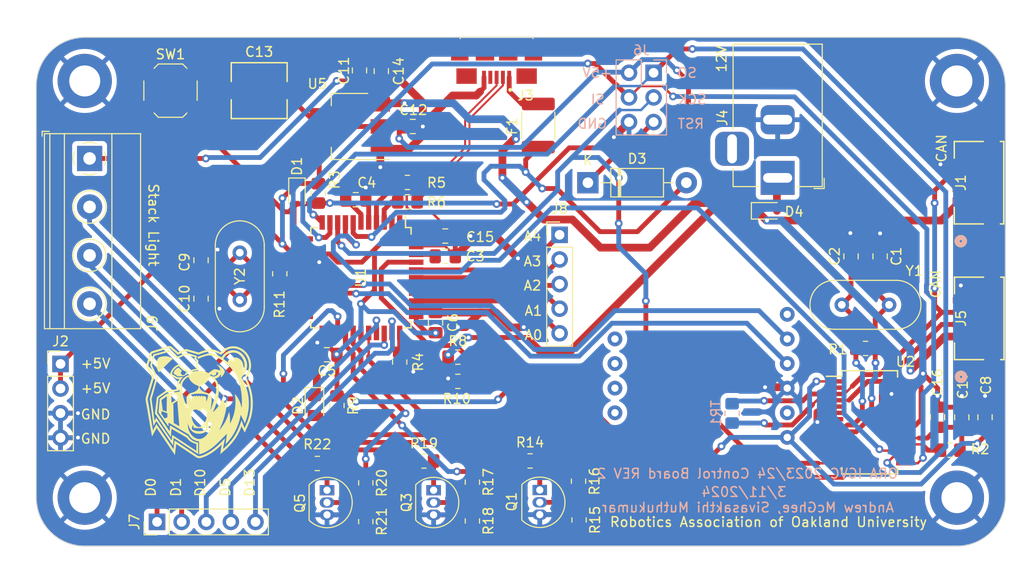
<source format=kicad_pcb>
(kicad_pcb (version 20240108) (generator "pcbnew") (generator_version "8.0")
  (layers (0 "F.Cu" signal) (31 "B.Cu" signal) (34 "B.Paste" user) (35 "F.Paste" user) (36 "B.SilkS" user "B.Silkscreen") (37 "F.SilkS" user "F.Silkscreen") (38 "B.Mask" user) (39 "F.Mask" user) (44 "Edge.Cuts" user))
  (net 0 "")
  (net 2 "Net-(U1-UCAP)")
  (net 3 "Net-(D2-A)")
  (net 4 "RST")
  (net 5 "Net-(Q1-D)")
  (net 6 "IMU_SCL")
  (net 7 "IMU_SDA")
  (net 9 "XTAL1")
  (net 10 "Net-(U1-~{HWB}{slash}PE2)")
  (net 11 "Net-(U1-AREF)")
  (net 14 "Net-(Q1-G)")
  (net 15 "LED_R")
  (net 16 "Net-(Q3-D)")
  (net 20 "CAN_L")
  (net 21 "CAN_H")
  (net 22 "Net-(U2-OSC2)")
  (net 23 "Net-(U2-OSC1)")
  (net 24 "Net-(U2-~{RESET})")
  (net 25 "CAN_INT")
  (net 26 "CAN_SCK")
  (net 27 "CAN_SI")
  (net 28 "CAN_SO")
  (net 29 "CAN_CS")
  (net 30 "+5V")
  (net 31 "GND")
  (net 32 "XTAL2")
  (net 34 "D+")
  (net 35 "D-")
  (net 38 "(USB) D-")
  (net 39 "(USB) D+")
  (net 40 "PWRIN")
  (net 41 "Net-(D4-A)")
  (net 42 "Norm_Voltage")
  (net 43 "Net-(Q3-G)")
  (net 45 "Net-(Q5-D)")
  (net 46 "Net-(Q5-G)")
  (net 47 "LED_G")
  (net 48 "LEDPWR_R")
  (net 49 "LED_B")
  (net 50 "LEDPWR_G")
  (net 51 "D0")
  (net 52 "D1")
  (net 53 "D10")
  (net 54 "D5")
  (net 55 "D13")
  (net 56 "A0")
  (net 57 "A1")
  (net 58 "A2")
  (net 59 "A3")
  (net 60 "A4")
  (net 66 "Net-(U2-TXD)")
  (net 67 "Net-(U2-RXD)")
  (net 71 "LEDPWR_B")
  (net 73 "VBUS")
  (net 74 "Net-(J3-VBUS)")
  (footprint "Package_QFP:TQFP-44_10x10mm_P0.8mm" (layer "F.Cu") (at 123.5 74.8 -90)
    (property "Reference" "U1")
    (property "Value" "ATmega32U4-A")
  )
  (footprint "Button_Switch_SMD:SW_SPST_TL3342" (layer "F.Cu") (at 103.85 55.5)
    (property "Reference" "SW1")
    (property "Value" "Reset")
  )
  (footprint "Package_TO_SOT_THT:TO-92_Inline" (layer "F.Cu") (at 131 96.73 -90)
    (property "Reference" "Q3")
    (property "Value" "BS170")
  )
  (footprint "Fuse:Fuse_1812_4532Metric_Pad1.30x3.40mm_HandSolder" (layer "F.Cu") (at 141.8 59.1 -90)
    (property "Reference" "F1")
    (property "Value" "MF-MSMF050-2")
  )
  (footprint "Capacitor_SMD:C_0805_2012Metric_Pad1.18x1.45mm_HandSolder" (layer "F.Cu") (at 107 76.9625 -90)
    (property "Reference" "C10")
    (property "Value" "22pF")
  )
  (footprint "Package_SO:SSOP-28_5.3x10.2mm_P0.65mm" (layer "F.Cu") (at 176 89.725)
    (property "Reference" "U2")
    (property "Value" "MCP25625-x-SS")
  )
  (footprint "MountingHole:MountingHole_3.2mm_M3_DIN965_Pad" (layer "F.Cu") (at 185 97.5)
    (property "Reference" "H1" (hide yes))
    (property "Value" "MountingHole_Pad")
  )
  (footprint "Crystal:Crystal_HC49-4H_Vertical" (layer "F.Cu") (at 173.12 77.6)
    (property "Reference" "Y1")
    (property "Value" "8Mhz")
  )
  (footprint "Capacitor_SMD:C_0805_2012Metric_Pad1.18x1.45mm_HandSolder" (layer "F.Cu") (at 177.07 72.6 -90)
    (property "Reference" "C1")
    (property "Value" "22pF")
  )
  (footprint "Capacitor_SMD:C_0805_2012Metric_Pad1.18x1.45mm_HandSolder" (layer "F.Cu") (at 107 73 -90)
    (property "Reference" "C9")
    (property "Value" "22pF")
  )
  (footprint "Resistor_SMD:R_0805_2012Metric_Pad1.20x1.40mm_HandSolder" (layer "F.Cu") (at 145.9525 95.8 -90)
    (property "Reference" "R16")
    (property "Value" "1k")
  )
  (footprint "Resistor_SMD:R_0805_2012Metric_Pad1.20x1.40mm_HandSolder" (layer "F.Cu") (at 115.125 74.4 -90)
    (property "Reference" "R11")
    (property "Value" "1M")
  )
  (footprint "MountingHole:MountingHole_3.2mm_M3_DIN965_Pad" (layer "F.Cu") (at 95 54.5)
    (property "Reference" "H3" (hide yes))
    (property "Value" "MountingHole_Pad")
  )
  (footprint "Package_TO_SOT_THT:TO-92_Inline" (layer "F.Cu") (at 120 96.73 -90)
    (property "Reference" "Q5")
    (property "Value" "BS170")
  )
  (footprint "MountingHole:MountingHole_3.2mm_M3_DIN965_Pad" (layer "F.Cu") (at 95 97.5)
    (property "Reference" "H2" (hide yes))
    (property "Value" "MountingHole_Pad")
  )
  (footprint "Package_TO_SOT_SMD:SOT-223-3_TabPin2" (layer "F.Cu") (at 122.35 59.2 180)
    (property "Reference" "U5")
    (property "Value" "NCP1117-5.0_SOT223")
  )
  (footprint "Capacitor_SMD:C_0805_2012Metric_Pad1.18x1.45mm_HandSolder" (layer "F.Cu") (at 187.9 89.2 90)
    (property "Reference" "C8")
    (property "Value" "100nF")
  )
  (footprint "Resistor_SMD:R_0805_2012Metric_Pad1.20x1.40mm_HandSolder" (layer "F.Cu") (at 121.025 88 -90)
    (property "Reference" "R9")
    (property "Value" "470")
  )
  (footprint "Capacitor_SMD:C_0805_2012Metric_Pad1.18x1.45mm_HandSolder" (layer "F.Cu") (at 122.9625 66.75 180)
    (property "Reference" "C4")
    (property "Value" "1uF")
  )
  (footprint "Resistor_SMD:R_0805_2012Metric_Pad1.20x1.40mm_HandSolder" (layer "F.Cu") (at 133.5 83)
    (property "Reference" "R8")
    (property "Value" "2.2k")
  )
  (footprint "Resistor_SMD:R_0805_2012Metric_Pad1.20x1.40mm_HandSolder" (layer "F.Cu") (at 135 99.9 -90)
    (property "Reference" "R18")
    (property "Value" "10k")
  )
  (footprint "Crystal:Crystal_HC49-4H_Vertical" (layer "F.Cu") (at 111 77.1 90)
    (property "Reference" "Y2")
    (property "Value" "16MHz")
  )
  (footprint "AdditionalParts:AMPHENOL_10118192-0002LF" (layer "F.Cu") (at 137.5 54.125 180)
    (property "Reference" "J3")
    (property "Value" "USB_B_Micro")
  )
  (footprint "Resistor_SMD:R_0805_2012Metric_Pad1.20x1.40mm_HandSolder" (layer "F.Cu") (at 175.57 82.1)
    (property "Reference" "R1")
    (property "Value" "1M")
  )
  (footprint "Resistor_SMD:R_0805_2012Metric_Pad1.20x1.40mm_HandSolder" (layer "F.Cu") (at 119 93.97)
    (property "Reference" "R22")
    (property "Value" "10k")
  )
  (footprint "Capacitor_SMD:C_0805_2012Metric_Pad1.18x1.45mm_HandSolder" (layer "F.Cu") (at 174.07 72.6 90)
    (property "Reference" "C2")
    (property "Value" "22pF")
  )
  (footprint "AdditionalParts:CONN_SM04B-GHS-TB_JST" (layer "F.Cu") (at 187.3 79 90)
    (property "Reference" "J5")
    (property "Value" "SM04B-GHS-TB")
  )
  (footprint "Custom_Parts:IMU_MOUNT" (layer "F.Cu") (at 148.44 97.63 90)
    (property "Reference" "U6" (hide yes))
    (property "Value" "IMU_MOUNT")
  )
  (footprint "Connector_PinHeader_2.54mm:PinHeader_1x04_P2.54mm_Vertical" (layer "F.Cu") (at 92.5 83.7)
    (property "Reference" "J2")
    (property "Value" "Conn_01x04_Pin")
  )
  (footprint "Connector_BarrelJack:BarrelJack_Horizontal" (layer "F.Cu") (at 166.5 64.5 -90)
    (property "Reference" "J4")
    (property "Value" "12V")
  )
  (footprint "Capacitor_SMD:C_0805_2012Metric_Pad1.18x1.45mm_HandSolder" (layer "F.Cu") (at 125.6 53.4875 -90)
    (property "Reference" "C14")
    (property "Value" "100nF")
  )
  (footprint "Resistor_SMD:R_0805_2012Metric_Pad1.20x1.40mm_HandSolder" (layer "F.Cu") (at 146.0075 99.8 -90)
    (property "Reference" "R15")
    (property "Value" "10k")
  )
  (footprint "Resistor_SMD:R_0805_2012Metric_Pad1.20x1.40mm_HandSolder" (layer "F.Cu") (at 135 95.9 -90)
    (property "Reference" "R17")
    (property "Value" "1k")
  )
  (footprint "Package_TO_SOT_THT:TO-92_Inline" (layer "F.Cu") (at 141.9525 96.71 -90)
    (property "Reference" "Q1")
    (property "Value" "BS170")
  )
  (footprint "Resistor_SMD:R_0805_2012Metric_Pad1.20x1.40mm_HandSolder" (layer "F.Cu") (at 128.3 64.975 180)
    (property "Reference" "R5")
    (property "Value" "22")
  )
  (footprint "Resistor_SMD:R_0805_2012Metric_Pad1.20x1.40mm_HandSolder" (layer "F.Cu") (at 130 93.72)
    (property "Reference" "R19")
    (property "Value" "10k")
  )
  (footprint "Diode_SMD:D_SOD-323" (layer "F.Cu") (at 165.4 67.9)
    (property "Reference" "D4")
    (property "Value" "PWRIN")
  )
  (footprint "MountingHole:MountingHole_3.2mm_M3_DIN965_Pad" (layer "F.Cu") (at 185 54.5)
    (property "Reference" "H4" (hide yes))
    (property "Value" "MountingHole_Pad")
  )
  (footprint "Resistor_SMD:R_0805_2012Metric_Pad1.20x1.40mm_HandSolder" (layer "F.Cu") (at 140.9525 93.71)
    (property "Reference" "R14")
    (property "Value" "10k")
  )
  (footprint "Resistor_SMD:R_0805_2012Metric_Pad1.20x1.40mm_HandSolder" (layer "F.Cu") (at 119.1 66.1 90)
    (property "Reference" "R3")
    (property "Value" "10k")
  )
  (footprint "Resistor_SMD:R_0805_2012Metric_Pad1.20x1.40mm_HandSolder" (layer "F.Cu") (at 124 99.97 -90)
    (property "Reference" "R21")
    (property "Value" "10k")
  )
  (footprint "Capacitor_SMD:C_0805_2012Metric_Pad1.18x1.45mm_HandSolder" (layer "F.Cu") (at 119.9875 82.75 180)
    (property "Reference" "C5")
    (property "Value" "100nF")
  )
  (footprint "Capacitor_SMD:C_0805_2012Metric_Pad1.18x1.45mm_HandSolder" (layer "F.Cu") (at 123.35 53.4125 -90)
    (property "Reference" "C11")
    (property "Value" "10nF")
  )
  (footprint "AdditionalParts:CAP_WCAP-ASLI_05p0X05p5_WRE" (layer "F.Cu") (at 113 55.5 180)
    (property "Reference" "C13")
    (property "Value" "22uF")
  )
  (footprint "Capacitor_SMD:C_0805_2012Metric_Pad1.18x1.45mm_HandSolder" (layer "F.Cu") (at 132.2 70.5)
    (property "Reference" "C15")
    (property "Value" "1uF")
  )
  (footprint "Capacitor_SMD:C_0805_2012Metric_Pad1.18x1.45mm_HandSolder" (layer "F.Cu") (at 185.5 89.2 90)
    (property "Reference" "C17")
    (property "Value" "100nF")
  )
  (footprint "Capacitor_SMD:C_0805_2012Metric_Pad1.18x1.45mm_HandSolder" (layer "F.Cu") (at 131.2 79.4375 90)
    (property "Reference" "C6")
    (property "Value" "100nF")
  )
  (footprint "LED_SMD:LED_0805_2012Metric_Pad1.15x1.40mm_HandSolder" (layer "F.Cu") (at 118.7 88 -90)
    (property "Reference" "D2")
    (property "Value" "LED_Small")
  )
  (footprint "Capacitor_SMD:C_0805_2012Metric_Pad1.18x1.45mm_HandSolder" (layer "F.Cu") (at 128.85 59.2 180)
    (property "Reference" "C12")
    (property "Value" "100nF")
  )
  (footprint "Capacitor_SMD:C_0805_2012Metric_Pad1.18x1.45mm_HandSolder" (layer "F.Cu") (at 132.2 72.6 180)
    (property "Reference" "C3")
    (property "Value" "100nF")
  )
  (footprint "Connector_PinHeader_2.54mm:PinHeader_1x05_P2.54mm_Vertical" (layer "F.Cu") (at 144 70.38)
    (property "Reference" "J8")
    (property "Value" "Conn_01x05_Pin")
  )
  (footprint "Resistor_SMD:R_0805_2012Metric_Pad1.20x1.40mm_HandSolder" (layer "F.Cu") (at 184.3 92.6 180)
    (property "Reference" "R2")
    (property "Value" "10k")
  )
  (footprint "AdditionalParts:CONN_SM04B-GHS-TB_JST" (layer "F.Cu") (at 187.275699 65 90)
    (property "Reference" "J1")
    (property "Value" "SM04B-GHS-TB")
  )
  (footprint "Resistor_SMD:R_0805_2012Metric_Pad1.20x1.40mm_HandSolder" (layer "F.Cu") (at 124 95.97 -90)
    (property "Reference" "R20")
    (property "Value" "1k")
  )
  (footprint "AdditionalParts:ORA_Logo_V2" (layer "F.Cu") (at 106.8 87.7)
    (property "Reference" "G***" (hide yes))
    (property "Value" "LOGO" (hide yes))
  )
  (footprint "Capacitor_SMD:C_0805_2012Metric_Pad1.18x1.45mm_HandSolder" (layer "F.Cu") (at 183 89.2 90)
    (property "Reference" "C16")
    (property "Value" "100nF")
  )
  (footprint "Diode_SMD:D_SOD-323" (layer "F.Cu") (at 116.9 66.125 -90)
    (property "Reference" "D1")
    (property "Value" "rst")
  )
  (footprint "Resistor_SMD:R_0805_2012Metric_Pad1.20x1.40mm_HandSolder" (layer "F.Cu") (at 128.3 66.975)
    (property "Reference" "R6")
    (property "Value" "22")
  )
  (footprint "Diode_THT:D_DO-41_SOD81_P10.16mm_Horizontal" (layer "F.Cu") (at 146.92 65)
    (property "Reference" "D3")
    (property "Value" "1N5819")
  )
  (footprint "TerminalBlock_Phoenix:TerminalBlock_Phoenix_MKDS-1,5-4_1x04_P5.00mm_Horizontal" (layer "F.Cu") (at 95.5 62.5 -90)
    (property "Reference" "J9")
    (property "Value" "Stack Light")
  )
  (footprint "Resistor_SMD:R_0805_2012Metric_Pad1.20x1.40mm_HandSolder" (layer "F.Cu") (at 127.5 83.5 -90)
    (property "Reference" "R4")
    (property "Value" "10k")
  )
  (footprint "Resistor_SMD:R_0805_2012Metric_Pad1.20x1.40mm_HandSolder" (layer "F.Cu") (at 133.5 85.5)
    (property "Reference" "R10")
    (property "Value" "1.57k")
  )
  (footprint "Connector_PinHeader_2.54mm:PinHeader_1x05_P2.54mm_Vertical" (layer "F.Cu") (at 102.46 100 90)
    (property "Reference" "J7")
    (property "Value" "Conn_01x05_Pin")
  )
  (footprint "Resistor_SMD:R_0805_2012Metric_Pad1.20x1.40mm_HandSolder" (layer "B.Cu") (at 161.8 88.8 -90)
    (property "Reference" "TR1")
    (property "Value" "120")
  )
  (footprint "Connector_PinHeader_2.54mm:PinHeader_2x03_P2.54mm_Vertical" (layer "B.Cu") (at 153.7 53.66 180)
    (property "Reference" "J6")
    (property "Value" "Conn_02x03_Top_Bottom")
  )
  (gr_arc (start 90 55) (mid 91.464466 51.464466) (end 95 50) (stroke (width 0.1)) (layer "Edge.Cuts"))
  (gr_arc (start 95 102.5) (mid 91.464466 101.035534) (end 90 97.5) (stroke (width 0.1)) (layer "Edge.Cuts"))
  (gr_line (start 190 97.5) (end 190 55) (stroke (width 0.1)) (layer "Edge.Cuts"))
  (gr_line (start 185 50) (end 95 50) (stroke (width 0.1)) (layer "Edge.Cuts"))
  (gr_line (start 90 55) (end 90 97.5) (stroke (width 0.1)) (layer "Edge.Cuts"))
  (gr_arc (start 190 97.5) (mid 188.535534 101.035534) (end 185 102.5) (stroke (width 0.1)) (layer "Edge.Cuts"))
  (gr_arc (start 185 50) (mid 188.535534 51.464466) (end 190 55) (stroke (width 0.1)) (layer "Edge.Cuts"))
  (gr_line (start 95 102.5) (end 185 102.5) (stroke (width 0.1)) (layer "Edge.Cuts"))
  (gr_text "ORA IGVC 2023/24 Control Board REV 2" (at 179 95.6 0) (layer "B.SilkS") (effects (font (size 1 1)) (justify left bottom mirror)))
  (gr_text "SO" (at 158.25 54.25 -0) (layer "B.SilkS") (effects (font (size 1 1)) (justify left bottom mirror)))
  (gr_text "GND" (at 149 59.5 -0) (layer "B.SilkS") (effects (font (size 1 1)) (justify left bottom mirror)))
  (gr_text "RST" (at 159 59.5 -0) (layer "B.SilkS") (effects (font (size 1 1)) (justify left bottom mirror)))
  (gr_text "Andrew McGhee, Sivasakthi Muthukumar\n" (at 178.6 99.1 0) (layer "B.SilkS") (effects (font (size 1 1)) (justify left bottom mirror)))
  (gr_text "+5V" (at 149.5 54.25 -0) (layer "B.SilkS") (effects (font (size 1 1)) (justify left bottom mirror)))
  (gr_text "SCK" (at 159.25 57 -0) (layer "B.SilkS") (effects (font (size 1 1)) (justify left bottom mirror)))
  (gr_text "3/11/2024\n" (at 167.5 97.5 0) (layer "B.SilkS") (effects (font (size 1 1)) (justify left bottom mirror)))
  (gr_text "SI\n" (at 148.75 57 -0) (layer "B.SilkS") (effects (font (size 1 1)) (justify left bottom mirror)))
  (gr_text "GND" (at 94.5 89.5 0) (layer "F.SilkS") (effects (font (size 1 1)) (justify left bottom)))
  (gr_text "D10" (at 107.5 97.5 90) (layer "F.SilkS") (effects (font (size 1 1)) (justify left bottom)))
  (gr_text "A4" (at 140.2 71.1 0) (layer "F.SilkS") (effects (font (size 1 1)) (justify left bottom)))
  (gr_text "Robotics Association of Oakland University" (at 149.1 100.6 0) (layer "F.SilkS") (effects (font (size 1 1)) (justify left bottom)))
  (gr_text "A1" (at 140.3 78.8 0) (layer "F.SilkS") (effects (font (size 1 1)) (justify left bottom)))
  (gr_text "A2" (at 140.2 76.2 0) (layer "F.SilkS") (effects (font (size 1 1)) (justify left bottom)))
  (gr_text "A0" (at 140.3 81.3 0) (layer "F.SilkS") (effects (font (size 1 1)) (justify left bottom)))
  (gr_text "+5V" (at 94.5 84.25 0) (layer "F.SilkS") (effects (font (size 1 1)) (justify left bottom)))
  (gr_text "D1" (at 105 97.5 90) (layer "F.SilkS") (effects (font (size 1 1)) (justify left bottom)))
  (gr_text "D13" (at 112.6 97.5 90) (layer "F.SilkS") (effects (font (size 1 1)) (justify left bottom)))
  (gr_text "D0" (at 102.4 97.5 90) (layer "F.SilkS") (effects (font (size 1 1)) (justify left bottom)))
  (gr_text "Stack Light" (at 101.5 64.999998 -90) (layer "F.SilkS") (effects (font (size 1 1)) (justify left bottom)))
  (gr_text "D5" (at 110.1 97.5 90) (layer "F.SilkS") (effects (font (size 1 1)) (justify left bottom)))
  (gr_text "A3" (at 140.2 73.7 0) (layer "F.SilkS") (effects (font (size 1 1)) (justify left bottom)))
  (gr_text "GND" (at 94.5 92 0) (layer "F.SilkS") (effects (font (size 1 1)) (justify left bottom)))
  (gr_text "+5V" (at 94.5 86.8 0) (layer "F.SilkS") (effects (font (size 1 1)) (justify left bottom)))
  (gr_text "12V" (at 161.3 53.7 90) (layer "F.SilkS") (effects (font (size 1 1)) (justify left bottom)))
  (gr_text "CAN" (at 183.4 77 90) (layer "F.SilkS") (effects (font (size 1 1)) (justify left bottom)))
  (gr_text "CAN" (at 184 63 90) (layer "F.SilkS") (effects (font (size 1 1)) (justify left bottom)))
  (segment (start 123.5 69.1) (end 123.5 68.238604) (width 0.5) (layer "F.Cu") (net 2))
  (segment (start 122.011396 66.75) (end 121.925 66.75) (width 0.5) (layer "F.Cu") (net 2))
  (segment (start 123.5 68.238604) (end 122.011396 66.75) (width 0.5) (layer "F.Cu") (net 2))
  (segment (start 121 89.025) (end 121.025 89) (width 0.5) (layer "F.Cu") (net 3))
  (segment (start 118.7 89.025) (end 121 89.025) (width 0.5) (layer "F.Cu") (net 3))
  (segment (start 116.6 68) (end 116.6 71.261396) (width 0.5) (layer "F.Cu") (net 4))
  (segment (start 119.025 67.175) (end 119.1 67.1) (width 0.5) (layer "F.Cu") (net 4))
  (segment (start 116.938604 71.6) (end 117.8 71.6) (width 0.5) (layer "F.Cu") (net 4))
  (segment (start 151.04 61.4) (end 153.7 58.74) (width 0.5) (layer "F.Cu") (net 4))
  (segment (start 107 57.4) (end 107 59.402082) (width 0.5) (layer "F.Cu") (net 4))
  (segment (start 140.247919 66.149999) (end 140.250001 66.149999) (width 0.5) (layer "F.Cu") (net 4))
  (segment (start 139.749999 66.647919) (end 140.247919 66.149999) (width 0.5) (layer "F.Cu") (net 4))
  (segment (start 116.25 67.8) (end 116.9 67.15) (width 0.5) (layer "F.Cu") (net 4))
  (segment (start 116.9 67.175) (end 119.025 67.175) (width 0.5) (layer "F.Cu") (net 4))
  (segment (start 139.2 67.2) (end 139.749999 66.650001) (width 0.5) (layer "F.Cu") (net 4))
  (segment (start 115.597918 68) (end 116.6 68) (width 0.5) (layer "F.Cu") (net 4))
  (segment (start 107 59.402082) (end 115.597918 68) (width 0.5) (layer "F.Cu") (net 4))
  (segment (start 116.9 67.15) (end 116.6 67.45) (width 0.5) (layer "F.Cu") (net 4))
  (segment (start 140.250001 66.149999) (end 145 61.4) (width 0.5) (layer "F.Cu") (net 4))
  (segment (start 119.1 67.1) (end 120.3 67.1) (width 0.5) (layer "F.Cu") (net 4))
  (segment (start 139.749999 66.650001) (end 139.749999 66.647919) (width 0.5) (layer "F.Cu") (net 4))
  (segment (start 116.6 67.45) (end 116.6 68) (width 0.5) (layer "F.Cu") (net 4))
  (segment (start 145 61.4) (end 151.04 61.4) (width 0.5) (layer "F.Cu") (net 4))
  (segment (start 100.7 57.4) (end 107 57.4) (width 0.5) (layer "F.Cu") (net 4))
  (segment (start 116.6 71.261396) (end 116.938604 71.6) (width 0.5) (layer "F.Cu") (net 4))
  (segment (start 137.5 67.2) (end 139.2 67.2) (width 0.5) (layer "F.Cu") (net 4))
  (via (at 137.5 67.2) (size 0.8) (drill 0.4) (layers "F.Cu" "B.Cu") (net 4))
  (via (at 120.3 67.1) (size 0.8) (drill 0.4) (layers "F.Cu" "B.Cu") (net 4))
  (segment (start 137.5 67.2) (end 137.4 67.1) (width 0.5) (layer "B.Cu") (net 4))
  (segment (start 137.4 67.1) (end 120.3 67.1) (width 0.5) (layer "B.Cu") (net 4))
  (segment (start 141.9525 93.71) (end 141.9525 96.71) (width 0.5) (layer "F.Cu") (net 5))
  (segment (start 123.8 75.449997) (end 123.649997 75.6) (width 0.5) (layer "F.Cu") (net 6))
  (segment (start 123.649997 75.6) (end 117.8 75.6) (width 0.5) (layer "F.Cu") (net 6))
  (via (at 123.8 75.449997) (size 0.8) (drill 0.4) (layers "F.Cu" "B.Cu") (net 6))
  (segment (start 136.897918 77.7) (end 141.397918 82.2) (width 0.5) (layer "B.Cu") (net 6))
  (segment (start 141.397918 82.2) (end 145.71005 82.2) (width 0.5) (layer "B.Cu") (net 6))
  (segment (start 145.71005 82.2) (end 149.71005 78.2) (width 0.5) (layer "B.Cu") (net 6))
  (segment (start 126.449997 75.449997) (end 128.7 77.7) (width 0.5) (layer "B.Cu") (net 6))
  (segment (start 128.7 77.7) (end 136.897918 77.7) (width 0.5) (layer "B.Cu") (net 6))
  (segment (start 123.8 75.449997) (end 126.449997 75.449997) (width 0.5) (layer "B.Cu") (net 6))
  (segment (start 149.71005 78.2) (end 164.57 78.2) (width 0.5) (layer "B.Cu") (net 6))
  (segment (start 164.57 78.2) (end 167.49 81.12) (width 0.5) (layer "B.Cu") (net 6))
  (segment (start 122.9505 76.4) (end 117.8 76.4) (width 0.5) (layer "F.Cu") (net 7))
  (segment (start 123 76.4495) (end 122.9505 76.4) (width 0.5) (layer "F.Cu") (net 7))
  (via (at 123 76.4495) (size 0.8) (drill 0.4) (layers "F.Cu" "B.Cu") (net 7))
  (segment (start 149.4 79.5) (end 163.33 79.5) (width 0.5) (layer "B.Cu") (net 7))
  (segment (start 146 82.9) (end 149.4 79.5) (width 0.5) (layer "B.Cu") (net 7))
  (segment (start 136.5 78.4) (end 141 82.9) (width 0.5) (layer "B.Cu") (net 7))
  (segment (start 123 76.4495) (end 126.3495 76.4495) (width 0.5) (layer "B.Cu") (net 7))
  (segment (start 126.3495 76.4495) (end 128.3 78.4) (width 0.5) (layer "B.Cu") (net 7))
  (segment (start 163.33 79.5) (end 167.49 83.66) (width 0.5) (layer "B.Cu") (net 7))
  (segment (start 141 82.9) (end 146 82.9) (width 0.5) (layer "B.Cu") (net 7))
  (segment (start 128.3 78.4) (end 136.5 78.4) (width 0.5) (layer "B.Cu") (net 7))
  (segment (start 112.7 75.4) (end 111 77.1) (width 0.5) (layer "F.Cu") (net 9))
  (segment (start 115.125 75.4) (end 112.7 75.4) (width 0.5) (layer "F.Cu") (net 9))
  (segment (start 115.725 74.8) (end 117.8 74.8) (width 0.5) (layer "F.Cu") (net 9))
  (segment (start 115.125 75.4) (end 115.725 74.8) (width 0.5) (layer "F.Cu") (net 9))
  (segment (start 109.775 75.875) (end 111 77.1) (width 0.5) (layer "F.Cu") (net 9))
  (segment (start 107.275 75.875) (end 109.775 75.875) (width 0.5) (layer "F.Cu") (net 9))
  (segment (start 127.5 82.5) (end 127.5 80.5) (width 0.5) (layer "F.Cu") (net 10))
  (segment (start 131.0625 72.4) (end 129.2 72.4) (width 0.5) (layer "F.Cu") (net 11))
  (segment (start 131.1625 72.5) (end 131.0625 72.4) (width 0.5) (layer "F.Cu") (net 11))
  (segment (start 145.1875 97.98) (end 146.0075 98.8) (width 0.5) (layer "F.Cu") (net 14))
  (segment (start 141.9525 97.98) (end 145.1875 97.98) (width 0.5) (layer "F.Cu") (net 14))
  (segment (start 146.0075 98.8) (end 146.0075 96.855) (width 0.5) (layer "F.Cu") (net 14))
  (segment (start 146.0075 96.855) (end 145.9525 96.8) (width 0.5) (layer "F.Cu") (net 14))
  (segment (start 138.0425 91.8) (end 139.9525 93.71) (width 0.5) (layer "F.Cu") (net 15))
  (segment (start 111.5 85.2) (end 111.5 85.3) (width 0.5) (layer "F.Cu") (net 15))
  (segment (start 118 91.8) (end 138.0425 91.8) (width 0.5) (layer "F.Cu") (net 15))
  (segment (start 111.5 85.3) (end 118 91.8) (width 0.5) (layer "F.Cu") (net 15))
  (via (at 111.5 85.2) (size 0.8) (drill 0.4) (layers "F.Cu" "B.Cu") (net 15))
  (segment (start 95.5 69.202082) (end 95.5 67.5) (width 0.5) (layer "B.Cu") (net 15))
  (segment (start 111.497918 85.2) (end 95.5 69.202082) (width 0.5) (layer "B.Cu") (net 15))
  (segment (start 111.5 85.2) (end 111.497918 85.2) (width 0.5) (layer "B.Cu") (net 15))
  (segment (start 131 93.72) (end 131 96.73) (width 0.5) (layer "F.Cu") (net 16))
  (segment (start 183.425 78.375) (end 185.4243 78.375) (width 0.5) (layer "F.Cu") (net 20))
  (segment (start 182.7 75.9) (end 182.7 77.65) (width 0.5) (layer "F.Cu") (net 20))
  (segment (start 182.7 77.65) (end 183.425 78.375) (width 0.5) (layer "F.Cu") (net 20))
  (segment (start 169.1 87.5) (end 169.8 86.8) (width 0.5) (layer "F.Cu") (net 20))
  (segment (start 184.125 64.375) (end 185.399999 64.375) (width 0.5) (layer "F.Cu") (net 20))
  (segment (start 177 84.8) (end 183.425 78.375) (width 0.5) (layer "F.Cu") (net 20))
  (segment (start 175.4 84.8) (end 177 84.8) (width 0.5) (layer "F.Cu") (net 20))
  (segment (start 172.4 86.8) (end 173.4 86.8) (width 0.25) (layer "F.Cu") (net 20))
  (segment (start 172.4 86.8) (end 170.6 86.8) (width 0.25) (layer "F.Cu") (net 20))
  (segment (start 173.4 86.8) (end 174.2 86) (width 0.25) (layer "F.Cu") (net 20))
  (segment (start 165.1 87.5) (end 169.1 87.5) (width 0.5) (layer "F.Cu") (net 20))
  (segment (start 174.2 86) (end 175.4 84.8) (width 0.5) (layer "F.Cu") (net 20))
  (segment (start 182.7 67.1) (end 182.7 65.8) (width 0.5) (layer "F.Cu") (net 20))
  (segment (start 169.8 86.8) (end 170.6 86.8) (width 0.5) (layer "F.Cu") (net 20))
  (segment (start 182.7 65.8) (end 184.125 64.375) (width 0.5) (layer "F.Cu") (net 20))
  (via (at 165.1 87.5) (size 0.8) (drill 0.4) (layers "F.Cu" "B.Cu") (net 20))
  (via (at 182.7 67.1) (size 0.8) (drill 0.4) (layers "F.Cu" "B.Cu") (net 20))
  (via (at 182.7 75.9) (size 0.8) (drill 0.4) (layers "F.Cu" "B.Cu") (net 20))
  (segment (start 165.072 87.528) (end 165.1 87.5) (width 0.5) (layer "B.Cu") (net 20))
  (segment (start 162.072 87.528) (end 165.072 87.528) (width 0.5) (layer "B.Cu") (net 20))
  (segment (start 161.8 87.8) (end 162.072 87.528) (width 0.5) (layer "B.Cu") (net 20))
  (segment (start 182.7 67.1) (end 182.7 75.9) (width 0.5) (layer "B.Cu") (net 20))
  (segment (start 186.675 79.625) (end 185.4243 79.625) (width 0.5) (layer "F.Cu") (net 21))
  (segment (start 177.55 85.5) (end 183.425 79.625) (width 0.5) (layer "F.Cu") (net 21))
  (segment (start 185.399999 65.625) (end 186.231099 65.625) (width 0.5) (layer "F.Cu") (net 21))
  (segment (start 165.3 90) (end 165.1 89.8) (width 0.5) (layer "F.Cu") (net 21))
  (segment (start 187.5 78.8) (end 186.675 79.625) (width 0.5) (layer "F.Cu") (net 21))
  (segment (start 170.1 87.9) (end 170.55 87.45) (width 0.25) (layer "F.Cu") (net 21))
  (segment (start 173.85 87.45) (end 175.8 85.5) (width 0.5) (layer "F.Cu") (net 21))
  (segment (start 175.8 85.5) (end 177.55 85.5) (width 0.5) (layer "F.Cu") (net 21))
  (segment (start 170.55 87.45) (end 172.4 87.45) (width 0.25) (layer "F.Cu") (net 21))
  (segment (start 183.425 79.625) (end 185.4243 79.625) (width 0.5) (layer "F.Cu") (net 21))
  (segment (start 187.5 66.893901) (end 187.5 78.8) (width 0.5) (layer "F.Cu") (net 21))
  (segment (start 186.231099 65.625) (end 187.5 66.893901) (width 0.5) (layer "F.Cu") (net 21))
  (segment (start 168 90) (end 165.3 90) (width 0.5) (layer "F.Cu") (net 21))
  (segment (start 170.1 87.9) (end 168 90) (width 0.5) (layer "F.Cu") (net 21))
  (segment (start 172.4 87.45) (end 173.85 87.45) (width 0.25) (layer "F.Cu") (net 21))
  (via (at 165.1 89.8) (size 0.8) (drill 0.4) (layers "F.Cu" "B.Cu") (net 21))
  (segment (start 161.8 89.8) (end 165.1 89.8) (width 0.5) (layer "B.Cu") (net 21))
  (segment (start 174.57 82.1) (end 174.57 79.05) (width 0.5) (layer "F.Cu") (net 22))
  (segment (start 174.57 82.1) (end 174.57 83.57) (width 0.5) (layer "F.Cu") (net 22))
  (segment (start 173.7 90) (end 173.65 90.05) (width 0.5) (layer "F.Cu") (net 22))
  (segment (start 175.240632 89.059368) (end 174.3 90) (width 0.5) (layer "F.Cu") (net 22))
  (segment (start 175.240632 87.532167) (end 175.240632 89.059368) (width 0.5) (layer "F.Cu") (net 22))
  (segment (start 174.57 83.57) (end 174.6 83.6) (width 0.5) (layer "F.Cu") (net 22))
  (segment (start 174.57 79.05) (end 173.12 77.6) (width 0.5) (layer "F.Cu") (net 22))
  (segment (start 174.07 76.65) (end 173.12 77.6) (width 0.5) (layer "F.Cu") (net 22))
  (segment (start 174.07 73.6375) (end 174.07 76.65) (width 0.5) (layer "F.Cu") (net 22))
  (segment (start 172.4 90.05) (end 173.65 90.05) (width 0.25) (layer "F.Cu") (net 22))
  (segment (start 174.3 90) (end 173.7 90) (width 0.5) (layer "F.Cu") (net 22))
  (via (at 175.240632 87.532167) (size 0.8) (drill 0.4) (layers "F.Cu" "B.Cu") (net 22))
  (via (at 174.6 83.6) (size 0.8) (drill 0.4) (layers "F.Cu" "B.Cu") (net 22))
  (segment (start 175.25 84.25) (end 174.6 83.6) (width 0.5) (layer "B.Cu") (net 22))
  (segment (start 175.240632 87.532167) (end 175.25 87.522799) (width 0.5) (layer "B.Cu") (net 22))
  (segment (start 175.25 87.522799) (end 175.25 84.25) (width 0.5) (layer "B.Cu") (net 22))
  (segment (start 176.57 83.57) (end 176.6 83.6) (width 0.5) (layer "F.Cu") (net 23))
  (segment (start 176.57 82.1) (end 176.57 79.03) (width 0.5) (layer "F.Cu") (net 23))
  (segment (start 172.4 90.7) (end 174 90.7) (width 0.25) (layer "F.Cu") (net 23))
  (segment (start 176.2 89.1) (end 174.6 90.7) (width 0.5) (layer "F.Cu") (net 23))
  (segment (start 176.57 82.1) (end 176.57 83.3) (width 0.5) (layer "F.Cu") (net 23))
  (segment (start 176.2 87.25) (end 176.2 89.1) (width 0.5) (layer "F.Cu") (net 23))
  (segment (start 174.6 90.7) (end 174 90.7) (width 0.5) (layer "F.Cu") (net 23))
  (segment (start 176.57 79.03) (end 178 77.6) (width 0.5) (layer "F.Cu") (net 23))
  (segment (start 177.07 76.67) (end 178 77.6) (width 0.5) (layer "F.Cu") (net 23))
  (segment (start 177.07 73.6375) (end 177.07 76.67) (width 0.5) (layer "F.Cu") (net 23))
  (via (at 176.6 83.6) (size 0.8) (drill 0.4) (layers "F.Cu" "B.Cu") (net 23))
  (via (at 176.2 87.25) (size 0.8) (drill 0.4) (layers "F.Cu" "B.Cu") (net 23))
  (segment (start 176.6 85.1) (end 176.6 83.6) (width 0.5) (layer "B.Cu") (net 23))
  (segment (start 176.2 85.5) (end 176.6 85.1) (width 0.5) (layer "B.Cu") (net 23))
  (segment (start 176.2 87.25) (end 176.2 85.5) (width 0.5) (layer "B.Cu") (net 23))
  (segment (start 181.5 92.1) (end 182 92.6) (width 0.5) (layer "F.Cu") (net 24))
  (segment (start 182 92.6) (end 183.3 92.6) (width 0.5) (layer "F.Cu") (net 24))
  (segment (start 179.6 92) (end 181.4 92) (width 0.25) (layer "F.Cu") (net 24))
  (segment (start 181.4 92) (end 181.5 92.1) (width 0.25) (layer "F.Cu") (net 24))
  (segment (start 145.8 90.1) (end 131.1 90.1) (width 0.5) (layer "F.Cu") (net 25))
  (segment (start 124.3 83.3) (end 124.3 82.9201) (width 0.5) (layer "F.Cu") (net 25))
  (segment (start 174.1 93.65) (end 174.1 94.5) (width 0.5) (layer "F.Cu") (net 25))
  (segment (start 173.2 95.4) (end 151.1 95.4) (width 0.5) (layer "F.Cu") (net 25))
  (segment (start 174.1 94.5) (end 173.2 95.4) (width 0.5) (layer "F.Cu") (net 25))
  (segment (start 131.1 90.1) (end 124.3 83.3) (width 0.5) (layer "F.Cu") (net 25))
  (segment (start 173.75 93.3) (end 174.1 93.65) (width 0.5) (layer "F.Cu") (net 25))
  (segment (start 151.1 95.4) (end 145.8 90.1) (width 0.5) (layer "F.Cu") (net 25))
  (segment (start 124.3 82.9201) (end 124.3 80.5) (width 0.25) (layer "F.Cu") (net 25))
  (segment (start 172.4 93.3) (end 173.75 93.3) (width 0.25) (layer "F.Cu") (net 25))
  (segment (start 164.55 93.95) (end 152.9 82.3) (width 0.5) (layer "F.Cu") (net 26))
  (segment (start 121.1 71.1) (end 121.1 69.1) (width 0.5) (layer "F.Cu") (net 26))
  (segment (start 150.1 69.2) (end 150.1 64.5) (width 0.5) (layer "F.Cu") (net 26))
  (segment (start 152.9 82.3) (end 152.9 77.2) (width 0.5) (layer "F.Cu") (net 26))
  (segment (start 121.5 71.5) (end 121.1 71.1) (width 0.5) (layer "F.Cu") (net 26))
  (segment (start 172.4 93.95) (end 170.7 93.95) (width 0.25) (layer "F.Cu") (net 26))
  (segment (start 170.7 93.95) (end 164.55 93.95) (width 0.5) (layer "F.Cu") (net 26))
  (via (at 150.1 69.2) (size 0.8) (drill 0.4) (layers "F.Cu" "B.Cu") (net 26))
  (via (at 121.5 71.5) (size 0.8) (drill 0.4) (layers "F.Cu" "B.Cu") (net 26))
  (via (at 150.1 64.5) (size 0.8) (drill 0.4) (layers "F.Cu" "B.Cu") (net 26))
  (via (at 152.9 77.2) (size 0.8) (drill 0.4) (layers "F.Cu" "B.Cu") (net 26))
  (segment (start 122.3 72.3) (end 137.25 72.3) (width 0.5) (layer "B.Cu") (net 26))
  (segment (start 150.1 71.6) (end 152.9 74.4) (width 0.5) (layer "B.Cu") (net 26))
  (segment (start 152.4 57.5) (end 153.7 56.2) (width 0.25) (layer "B.Cu") (net 26))
  (segment (start 121.5 71.5) (end 122.3 72.3) (width 0.5) (layer "B.Cu") (net 26))
  (segment (start 150.18317 57.5) (end 152.4 57.5) (width 0.25) (layer "B.Cu") (net 26))
  (segment (start 148 62.4) (end 145.28317 62.4) (width 0.5) (layer "B.Cu") (net 26))
  (segment (start 152.9 74.4) (end 152.9 77.2) (width 0.5) (layer "B.Cu") (net 26))
  (segment (start 145.28317 62.4) (end 145.241585 62.441585) (width 0.5) (layer "B.Cu") (net 26))
  (segment (start 143.8 65.75) (end 143.8 63.88317) (width 0.5) (layer "B.Cu") (net 26))
  (segment (start 143.8 63.88317) (end 145.241585 62.441585) (width 0.5) (layer "B.Cu") (net 26))
  (segment (start 137.25 72.3) (end 143.8 65.75) (width 0.5) (layer "B.Cu") (net 26))
  (segment (start 150.1 64.5) (end 148 62.4) (width 0.5) (layer "B.Cu") (net 26))
  (segment (start 145.241585 62.441585) (end 150.18317 57.5) (width 0.5) (layer "B.Cu") (net 26))
  (segment (start 150.1 69.2) (end 150.1 71.6) (width 0.5) (layer "B.Cu") (net 26))
  (segment (start 120.3 70.225) (end 120.3 69.1) (width 0.5) (layer "F.Cu") (net 27))
  (segment (start 152.335 55.025) (end 154.625 55.025) (width 0.25) (layer "F.Cu") (net 27))
  (segment (start 119.150002 70.65) (end 119.150002 70.66158) (width 0.5) (layer "F.Cu") (net 27))
  (segment (start 146.9 52.7) (end 147.66 52.7) (width 0.5) (layer "F.Cu") (net 27))
  (segment (start 180.95 93.95) (end 179.6 93.95) (width 0.25) (layer "F.Cu") (net 27))
  (segment (start 119.150002 70.65) (end 119.875 70.65) (width 0.5) (layer "F.Cu") (net 27))
  (segment (start 147.66 52.7) (end 151.16 56.2) (width 0.5) (layer "F.Cu") (net 27))
  (segment (start 119.875 70.65) (end 120.3 70.225) (width 0.5) (layer "F.Cu") (net 27))
  (segment (start 181.5 93.4) (end 180.95 93.95) (width 0.25) (layer "F.Cu") (net 27))
  (segment (start 151.16 56.2) (end 152.335 55.025) (width 0.25) (layer "F.Cu") (net 27))
  (segment (start 154.625 55.025) (end 155.7 56.1) (width 0.25) (layer "F.Cu") (net 27))
  (via (at 155.7 56.1) (size 0.8) (drill 0.4) (layers "F.Cu" "B.Cu") (net 27))
  (via (at 119.150002 70.65) (size 0.8) (drill 0.4) (layers "F.Cu" "B.Cu") (net 27))
  (via (at 181.5 93.4) (size 0.8) (drill 0.4) (layers "F.Cu" "B.Cu") (net 27))
  (via (at 146.9 52.7) (size 0.8) (drill 0.4) (layers "F.Cu" "B.Cu") (net 27))
  (segment (start 146.85 52.75) (end 146.9 52.7) (width 0.5) (layer "B.Cu") (net 27))
  (segment (start 181.9 69.8) (end 168.24 56.14) (width 0.5) (layer "B.Cu") (net 27))
  (segment (start 181.5 86.8) (end 182.6 85.7) (width 0.5) (layer "B.Cu") (net 27))
  (segment (start 130.847918 52.75) (end 146.85 52.75) (width 0.5) (layer "B.Cu") (net 27))
  (segment (start 155.7 56.1) (end 155.7 56.14) (width 0.5) (layer "B.Cu") (net 27))
  (segment (start 117.5 68.999998) (end 117.5 66.097918) (width 0.5) (layer "B.Cu") (net 27))
  (segment (start 182.6 85.7) (end 182.6 77.002082) (width 0.5) (layer "B.Cu") (net 27))
  (segment (start 181.5 93.4) (end 181.5 86.8) (width 0.5) (layer "B.Cu") (net 27))
  (segment (start 117.5 66.097918) (end 130.847918 52.75) (width 0.5) (layer "B.Cu") (net 27))
  (segment (start 182.6 77.002082) (end 181.85 76.252082) (width 0.5) (layer "B.Cu") (net 27))
  (segment (start 119.150002 70.65) (end 117.5 68.999998) (width 0.5) (layer "B.Cu") (net 27))
  (segment (start 181.9 75.497918) (end 181.9 69.8) (width 0.5) (layer "B.Cu") (net 27))
  (segment (start 181.85 76.252082) (end 181.85 75.547918) (width 0.5) (layer "B.Cu") (net 27))
  (segment (start 181.85 75.547918) (end 181.9 75.497918) (width 0.5) (layer "B.Cu") (net 27))
  (segment (start 168.24 56.14) (end 155.7 56.1) (width 0.5) (layer "B.Cu") (net 27))
  (segment (start 118.587388 68.298797) (end 118.698797 68.298797) (width 0.5) (layer "F.Cu") (net 28))
  (segment (start 153.7 53.66) (end 156.16 51.2) (width 0.5) (layer "F.Cu") (net 28))
  (segment (start 177.8 93.9) (end 178.4 93.3) (width 0.25) (layer "F.Cu") (net 28))
  (segment (start 118.698797 68.298797) (end 119.5 69.1) (width 0.5) (layer "F.Cu") (net 28))
  (segment (start 178.4 93.3) (end 179.6 93.3) (width 0.25) (layer "F.Cu") (net 28))
  (segment (start 156.16 51.2) (end 157.7 51.2) (width 0.5) (layer "F.Cu") (net 28))
  (via (at 177.8 93.9) (size 0.8) (drill 0.4) (layers "F.Cu" "B.Cu") (net 28))
  (via (at 157.7 51.2) (size 0.8) (drill 0.4) (layers "F.Cu" "B.Cu") (net 28))
  (via (at 118.587388 68.298797) (size 0.8) (drill 0.4) (layers "F.Cu" "B.Cu") (net 28))
  (segment (start 149.6 55.16) (end 149.6 55.1) (width 0.5) (layer "B.Cu") (net 28))
  (segment (start 169.1 51.2) (end 183.85 65.95) (width 0.5) (layer "B.Cu") (net 28))
  (segment (start 118.587388 68.298797) (end 118.2 67.911409) (width 0.5) (layer "B.Cu") (net 28))
  (segment (start 183.85 65.95) (end 183.85 92.252082) (width 0.5) (layer "B.Cu") (net 28))
  (segment (start 157.7 51.2) (end 169.1 51.2) (width 0.5) (layer "B.Cu") (net 28))
  (segment (start 183.85 92.252082) (end 181.202082 94.9) (width 0.5) (layer "B.Cu") (net 28))
  (segment (start 149.6 55.1) (end 148.7 56) (width 0.5) (layer "B.Cu") (net 28))
  (segment (start 142.71 62.05) (end 149.6 55.16) (width 0.5) (layer "B.Cu") (net 28))
  (segment (start 122.95 62.05) (end 142.71 62.05) (width 0.5) (layer "B.Cu") (net 28))
  (segment (start 153.7 53.66) (end 152.335 55.025) (width 0.25) (layer "B.Cu") (net 28))
  (segment (start 181.202082 94.9) (end 178.8 94.9) (width 0.5) (layer "B.Cu") (net 28))
  (segment (start 118.2 66.8) (end 122.95 62.05) (width 0.5) (layer "B.Cu") (net 28))
  (segment (start 149.675 55.025) (end 148.7 56) (width 0.25) (layer "B.Cu") (net 28))
  (segment (start 178.8 94.9) (end 177.8 93.9) (width 0.5) (layer "B.Cu") (net 28))
  (segment (start 152.335 55.025) (end 149.675 55.025) (width 0.25) (layer "B.Cu") (net 28))
  (segment (start 118.2 67.911409) (end 118.2 66.8) (width 0.5) (layer "B.Cu") (net 28))
  (segment (start 121.9 70.38995) (end 122.9 71.38995) (width 0.5) (layer "F.Cu") (net 29))
  (segment (start 177.15 92.65) (end 177 92.5) (width 0.25) (layer "F.Cu") (net 29))
  (segment (start 179.6 92.65) (end 177.15 92.65) (width 0.25) (layer "F.Cu") (net 29))
  (segment (start 122.9 71.38995) (end 123 71.4) (width 0.5) (layer "F.Cu") (net 29))
  (segment (start 121.9 69.1) (end 121.9 70.38995) (width 0.5) (layer "F.Cu") (net 29))
  (segment (start 123 71.4) (end 122.9 71.4) (width 0.5) (layer "F.Cu") (net 29))
  (via (at 177 92.5) (size 0.8) (drill 0.4) (layers "F.Cu" "B.Cu") (net 29))
  (via (at 123 71.4) (size 0.8) (drill 0.4) (layers "F.Cu" "B.Cu") (net 29))
  (segment (start 121.297918 70.5) (end 120.65 71.147918) (width 0.5) (layer "B.Cu") (net 29))
  (segment (start 173.35 82.725973) (end 173.35 88.85) (width 0.5) (layer "B.Cu") (net 29))
  (segment (start 123 71.4) (end 122.1 70.5) (width 0.5) (layer "B.Cu") (net 29))
  (segment (start 158.224027 67.6) (end 173.35 82.725973) (width 0.5) (layer "B.Cu") (net 29))
  (segment (start 173.35 88.85) (end 177 92.5) (width 0.5) (layer "B.Cu") (net 29))
  (segment (start 143.2 67.6) (end 158.224027 67.6) (width 0.5) (layer "B.Cu") (net 29))
  (segment (start 120.65 71.147918) (end 120.65 72.147918) (width 0.5) (layer "B.Cu") (net 29))
  (segment (start 133.78 74.22) (end 135 73) (width 0.5) (layer "B.Cu") (net 29))
  (segment (start 122.1 70.5) (end 121.297918 70.5) (width 0.5) (layer "B.Cu") (net 29))
  (segment (start 120.65 72.147918) (end 122.722082 74.22) (width 0.5) (layer "B.Cu") (net 29))
  (segment (start 122.722082 74.22) (end 133.78 74.22) (width 0.5) (layer "B.Cu") (net 29))
  (segment (start 135 73) (end 137.8 73) (width 0.5) (layer "B.Cu") (net 29))
  (segment (start 137.8 73) (end 143.2 67.6) (width 0.5) (layer "B.Cu") (net 29))
  (segment (start 185.5 90.2375) (end 183.05 90.2375) (width 0.5) (layer "F.Cu") (net 30))
  (segment (start 185.5 90.2375) (end 187.9 90.2375) (width 0.5) (layer "F.Cu") (net 30))
  (segment (start 121 82.7) (end 121 82.725) (width 0.5) (layer "F.Cu") (net 30))
  (segment (start 123.5 77.5) (end 124.9 76.1) (width 0.5) (layer "F.Cu") (net 30))
  (segment (start 129.2 78.8) (end 129.2 79.4) (width 0.5) (layer "F.Cu") (net 30))
  (segment (start 126 70.8) (end 129.2 70.8) (width 0.5) (layer "F.Cu") (net 30))
  (segment (start 149.52 62.4) (end 146.92 65) (width 0.5) (layer "F.Cu") (net 30))
  (segment (start 126 70.8) (end 126.7 70.1) (width 0.5) (layer "F.Cu") (net 30))
  (segment (start 122.4 87) (end 121.025 87) (width 0.5) (layer "F.Cu") (net 30))
  (segment (start 126.7 70.1) (end 126.7 69.1) (width 0.5) (layer "F.Cu") (net 30))
  (segment (start 157.3 54.6) (end 157.3 60.902082) (width 0.5) (layer "F.Cu") (net 30))
  (segment (start 160.7 92.2) (end 160 92.9) (width 0.5) (layer "F.Cu") (net 30))
  (segment (start 92.5 83.7) (end 92.5 86.24) (width 0.5) (layer "F.Cu") (net 30))
  (segment (start 151.9 92.9) (end 145 86) (width 0.5) (layer "F.Cu") (net 30))
  (segment (start 106.55 69.65) (end 113.75 69.65) (width 0.5) (layer "F.Cu") (net 30))
  (segment (start 121.1 73.2) (end 123.6 73.2) (width 0.5) (layer "F.Cu") (net 30))
  (segment (start 113.75 69.65) (end 115.4 71.3) (width 0.5) (layer "F.Cu") (net 30))
  (segment (start 119.075 65.075) (end 119.1 65.1) (width 0.5) (layer "F.Cu") (net 30))
  (segment (start 130.275 80.475) (end 131.2 80.475) (width 0.5) (layer "F.Cu") (net 30))
  (segment (start 92.5 83.7) (end 106.55 69.65) (width 0.5) (layer "F.Cu") (net 30))
  (segment (start 187.9 91.1) (end 187.9 90.2375) (width 0.5) (layer "F.Cu") (net 30))
  (segment (start 177.699695 86.075) (end 179.525 86.075) (width 0.25) (layer "F.Cu") (net 30))
  (segment (start 125.5 59.2) (end 127.8125 59.2) (width 0.5) (layer "F.Cu") (net 30))
  (segment (start 119.2 59.2) (end 119.2 65) (width 0.5) (layer "F.Cu") (net 30))
  (segment (start 156.1 53.4) (end 157.3 54.6) (width 0.5) (layer "F.Cu") (net 30))
  (segment (start 177.95 91.35) (end 177.2 90.6) (width 0.5) (layer "F.Cu") (net 30))
  (segment (start 129.2 70.8) (end 130.8625 70.8) (width 0.5) (layer "F.Cu") (net 30))
  (segment (start 121 82.725) (end 121.025 82.75) (width 0.5) (layer "F.Cu") (net 30))
  (segment (start 116.5 72.4) (end 115.4 71.3) (width 0.5) (layer "F.Cu") (net 30))
  (segment (start 130.8625 70.8) (end 131.1625 70.5) (width 0.5) (layer "F.Cu") (net 30))
  (segment (start 120.975 82.7) (end 121 82.7) (width 0.5) (layer "F.Cu") (net 30))
  (segment (start 185.5 92.4) (end 185.3 92.6) (width 0.5) (layer "F.Cu") (net 30))
  (segment (start 116.9 65.075) (end 116.9 65.1) (width 0.5) (layer "F.Cu") (net 30))
  (segment (start 160 92.9) (end 151.9 92.9) (width 0.5) (layer "F.Cu") (net 30))
  (segment (start 120.25 72.35) (end 121.1 73.2) (width 0.5) (layer "F.Cu") (net 30))
  (segment (start 183.05 90.2375) (end 181.9375 91.35) (width 0.5) (layer "F.Cu") (net 30))
  (segment (start 120.3 82.025) (end 120.975 82.7) (width 0.5) (layer "F.Cu") (net 30))
  (segment (start 123.6 73.2) (end 126 70.8) (width 0.5) (layer "F.Cu") (net 30))
  (segment (start 181.9375 91.35) (end 181.1 91.35) (width 0.5) (layer "F.Cu") (net 30))
  (segment (start 137.65 87.35) (end 139 86) (width 0.5) (layer "F.Cu") (net 30))
  (segment (start 167.52 91.28) (end 167.49 91.28) (width 0.5) (layer "F.Cu") (net 30))
  (segment (start 115.5 55.5) (end 119.2 59.2) (width 0.5) (layer "F.Cu") (net 30))
  (segment (start 179.6 91.35) (end 181.1 91.35) (width 0.25) (layer "F.Cu") (net 30))
  (segment (start 115.2098 55.5) (end 115.5 55.5) (width 0.5) (layer "F.Cu") (net 30))
  (segment (start 119.2 59.2) (end 119.2 59.05) (width 0.5) (layer "F.Cu") (net 30))
  (segment (start 123 87.6) (end 122.4 87) (width 0.5) (layer "F.Cu") (net 30))
  (segment (start 116.9 65.075) (end 119.075 65.075) (width 0.5) (layer "F.Cu") (net 30))
  (segment (start 119.2 65) (end 119.1 65.1) (width 0.5) (layer "F.Cu") (net 30))
  (segment (start 185.5 90.2375) (end 185.5 92.4) (width 0.5) (layer "F.Cu") (net 30))
  (segment (start 187.1 91.9) (end 187.9 91.1) (width 0.5) (layer "F.Cu") (net 30))
  (segment (start 172.4 85.5) (end 170.5 85.5) (width 0.25) (layer "F.Cu") (net 30))
  (segment (start 128.25 70.8) (end 128.25 70.75) (width 0.5) (layer "F.Cu") (net 30))
  (segment (start 129.2 79.4) (end 130.275 80.475) (width 0.5) (layer "F.Cu") (net 30))
  (segment (start 127.45 60.45) (end 127.45 59.5625) (width 0.5) (layer "F.Cu") (net 30))
  (segment (start 155.802082 62.4) (end 149.52 62.4) (width 0.5) (layer "F.Cu") (net 30))
  (segment (start 157.3 60.902082) (end 155.802082 62.4) (width 0.5) (layer "F.Cu") (net 30))
  (segment (start 145 86) (end 139 86) (width 0.5) (layer "F.Cu") (net 30))
  (segment (start 116.9 65.1) (end 115.4 66.6) (width 0.5) (layer "F.Cu") (net 30))
  (segment (start 120.3 80.5) (end 120.3 82.025) (width 0.5) (layer "F.Cu") (net 30))
  (segment (start 117.8 72.4) (end 116.5 72.4) (width 0.5) (layer "F.Cu") (net 30))
  (segment (start 177.2 90.6) (end 177.2 86.574695) (width 0.5) (layer "F.Cu") (net 30))
  (segment (start 179.525 86.075) (end 179.6 86.15) (width 0.25) (layer "F.Cu") (net 30))
  (segment (start 119.2 59.2) (end 125.5 59.2) (width 0.5) (layer "F.Cu") (net 30))
  (segment (start 127.45 59.5625) (end 127.8125 59.2) (width 0.5) (layer "F.Cu") (net 30))
  (segment (start 124.9 76.1) (end 124.9 71.9) (width 0.5) (layer "F.Cu") (net 30))
  (segment (start 121.025 82.75) (end 121.025 87) (width 0.5) (layer "F.Cu") (net 30))
  (segment (start 179.6 91.35) (end 177.95 91.35) (width 0.25) (layer "F.Cu") (net 30))
  (segment (start 117.85 72.35) (end 120.25 72.35) (width 0.5) (layer "F.Cu") (net 30))
  (segment (start 177.2 86.574695) (end 177.699695 86.075) (width 0.25) (layer "F.Cu") (net 30))
  (segment (start 117.8 72.4) (end 117.85 72.35) (width 0.5) (layer "F.Cu") (net 30))
  (segment (start 170.5 85.5) (end 170.6 85.5) (width 0.25) (layer "F.Cu") (net 30))
  (via (at 115.4 71.3) (size 0.8) (drill 0.4) (layers "F.Cu" "B.Cu") (net 30))
  (via (at 187.1 91.9) (size 0.8) (drill 0.4) (layers "F.Cu" "B.Cu") (net 30))
  (via (at 127.45 60.45) (size 0.8) (drill 0.4) (layers "F.Cu" "B.Cu") (net 30))
  (via (at 123.5 77.5) (size 0.8) (drill 0.4) (layers "F.Cu" "B.Cu") (net 30))
  (via (at 160.7 92.2) (size 0.8) (drill 0.4) (layers "F.Cu" "B.Cu") (net 30))
  (via (at 170.5 85.5) (size 0.8) (drill 0.4) (layers "F.Cu" "B.Cu") (net 30))
  (via (at 156.1 53.4) (size 0.8) (drill 0.4) (layers "F.Cu" "B.Cu") (net 30))
  (via (at 137.65 87.35) (size 0.8) (drill 0.4) (layers "F.Cu" "B.Cu") (net 30))
  (via (at 131.2 80.5) (size 0.8) (drill 0.4) (layers "F.Cu" "B.Cu") (net 30))
  (via (at 123 87.6) (size 0.8) (drill 0.4) (layers "F.Cu" "B.Cu") (net 30))
  (via (at 115.4 66.6) (size 0.8) (drill 0.4) (layers "F.Cu" "B.Cu") (net 30))
  (via (at 121 82.7) (size 0.8) (drill 0.4) (layers "F.Cu" "B.Cu") (net 30))
  (segment (start 156.1 53.4) (end 156.04 53.4) (width 0.5) (layer "B.Cu") (net 30))
  (segment (start 137.65 87.35) (end 137.4 87.6) (width 0.5) (layer "B.Cu") (net 30))
  (segment (start 128.35 61.35) (end 140.052082 61.35) (width 0.5) (layer "B.Cu") (net 30))
  (segment (start 127.55 78.947918) (end 127.55 78.95) (width 0.5) (layer "B.Cu") (net 30))
  (segment (start 127.55 78.95) (end 129.1 80.5) (width 0.5) (layer "B.Cu") (net 30))
  (segment (start 169.8 89.1) (end 169.8 86.2) (width 0.5) (layer "B.Cu") (net 30))
  (segment (start 152.52 52.3) (end 151.16 53.66) (width 0.5) (layer "B.Cu") (net 30))
  (segment (start 154.94 52.3) (end 152.52 52.3) (width 0.5) (layer "B.Cu") (net 30))
  (segment (start 167.49 91.28) (end 167.62 91.28) (width 0.5) (layer "B.Cu") (net 30))
  (segment (start 185.5 91.9) (end 187.1 91.9) (width 0.5) (layer "B.Cu") (net 30))
  (segment (start 129.1 80.5) (end 131.2 80.5) (width 0.5) (layer "B.Cu") (net 30))
  (segment (start 147.802082 53.6) (end 151.1 53.6) (width 0.5) (layer "B.Cu") (net 30))
  (segment (start 169.8 86.2) (end 170.5 85.5) (width 0.5) (layer "B.Cu") (net 30))
  (segment (start 127.45 60.45) (end 128.35 61.35) (width 0.5) (layer "B.Cu") (net 30))
  (segment (start 181.3 96.1) (end 185.5 91.9) (width 0.5) (layer "B.Cu") (net 30))
  (segment (start 161.62 91.28) (end 167.49 91.28) (width 0.5) (layer "B.Cu") (net 30))
  (segment (start 123.5 80.2) (end 121 82.7) (width 0.5) (layer "B.Cu") (net 30))
  (segment (start 167.62 91.28) (end 169.8 89.1) (width 0.5) (layer "B.Cu") (net 30))
  (segment (start 140.052082 61.35) (end 147.802082 53.6) (width 0.5) (layer "B.Cu") (net 30))
  (segment (start 137.4 87.6) (end 123 87.6) (width 0.5) (layer "B.Cu") (net 30))
  (segment (start 123.5 77.5) (end 124.3 78.3) (width 0.5) (layer "B.Cu") (net 30))
  (segment (start 126.902082 78.3) (end 127.55 78.947918) (width 0.5) (layer "B.Cu") (net 30))
  (segment (start 156.04 53.4) (end 154.94 52.3) (width 0.5) (layer "B.Cu") (net 30))
  (segment (start 115.4 66.6) (end 115.4 71.3) (width 0.5) (layer "B.Cu") (net 30))
  (segment (start 160.7 92.2) (end 161.62 91.28) (width 0.5) (layer "B.Cu") (net 30))
  (segment (start 123.5 77.5) (end 123.5 80.2) (width 0.5) (layer "B.Cu") (net 30))
  (segment (start 131.2 80.5) (end 131.3 80.6) (width 0.5) (layer "B.Cu") (net 30))
  (segment (start 172.31 96.1) (end 181.3 96.1) (width 0.5) (layer "B.Cu") (net 30))
  (segment (start 167.49 91.28) (end 172.31 96.1) (width 0.5) (layer "B.Cu") (net 30))
  (segment (start 151.1 53.6) (end 151.16 53.66) (width 0.5) (layer "B.Cu") (net 30))
  (segment (start 124.3 78.3) (end 126.902082 78.3) (width 0.5) (layer "B.Cu") (net 30))
  (segment (start 128.9 84.5) (end 131.8 84.5) (width 0.8) (layer "F.Cu") (net 31))
  (segment (start 187.9 88.1625) (end 187.9 87) (width 0.5) (layer "F.Cu") (net 31))
  (segment (start 131 99.27) (end 133.37 99.27) (width 0.5) (layer "F.Cu") (net 31))
  (segment (start 170.6 90.65) (end 171.3 91.35) (width 0.25) (layer "F.Cu") (net 31))
  (segment (start 187.9 88.1625) (end 185.5 88.1625) (width 0.5) (layer "F.Cu") (net 31))
  (segment (start 135.4 56) (end 135.8 55.6) (width 0.8) (layer "F.Cu") (net 31))
  (segment (start 132.1875 71.55) (end 133.2375 72.6) (width 0.25) (layer "F.Cu") (net 31))
  (segment (start 129.8875 59.2) (end 129.8875 59.0625) (width 0.8) (layer "F.Cu") (net 31))
  (segment (start 107 53.6) (end 109.1 51.5) (width 0.8) (layer "F.Cu") (net 31))
  (segment (start 132.95 56) (end 135.4 56) (width 0.8) (layer "F.Cu") (net 31))
  (segment (start 129.8875 56.7375) (end 129.8875 59.2) (width 0.8) (layer "F.Cu") (net 31))
  (segment (start 134.8 70.5) (end 137.4 70.5) (width 0.8) (layer "F.Cu") (net 31))
  (segment (start 170.6 89.7) (end 170.6 88.7) (width 0.8) (layer "F.Cu") (net 31))
  (segment (start 170.6 88.7) (end 171.2 88.1) (width 0.25) (layer "F.Cu") (net 31))
  (segment (start 133.37 99.27) (end 135 100.9) (width 0.5) (layer "F.Cu") (net 31))
  (segment (start 140.25 79.95) (end 140.3 80) (width 0.5) (layer "F.Cu") (net 31))
  (segment (start 149.6 60.3) (end 151.16 58.74) (width 0.8) (layer "F.Cu") (net 31))
  (segment (start 128.225 67.5201) (end 128.225 64.2799) (width 0.25) (layer "F.Cu") (net 31))
  (segment (start 183 86.2) (end 181.5 84.7) (width 0.5) (layer "F.Cu") (net 31))
  (segment (start 129.2 78) (end 130.8 78) (width 0.5) (layer "F.Cu") (net 31))
  (segment (start 139 79.95) (end 140.3 79.9) (width 0.8) (layer "F.Cu") (net 31))
  (segment (start 171.3 91.35) (end 172.4 91.35) (width 0.25) (layer "F.Cu") (net 31))
  (segment (start 124.3 67.05) (end 124 66.75) (width 0.5) (layer "F.Cu") (net 31))
  (segment (start 125.55 63.95) (end 124 65.5) (width 0.25) (layer "F.Cu") (net 31))
  (segment (start 134.8 70.5) (end 133.2375 70.5) (width 0.8) (layer "F.Cu") (net 31))
  (segment (start 129.8875 60.1125) (end 129.8875 59.2) (width 0.8) (layer "F.Cu") (net 31))
  (segment (start 128.225 64.2799) (end 127.8951 63.95) (width 0.25) (layer "F.Cu") (net 31))
  (segment (start 107 71.9625) (end 108.6375 71.9625) (width 0.8) (layer "F.Cu") (net 31))
  (segment (start 171.2 88.1) (end 172.4 88.1) (width 0.25) (layer "F.Cu") (net 31))
  (segment (start 131.8 84.5) (end 132.5 85.2) (width 0.8) (layer "F.Cu") (net 31))
  (segment (start 185.4243 75.6243) (end 185.4 75.6) (width 0.8) (layer "F.Cu") (net 31))
  (segment (start 167.39 86.1) (end 167.49 86.2) (width 0.8) (layer "F.Cu") (net 31))
  (segment (start 141.9525 99.25) (end 144.5475 99.25) (width 0.5) (layer "F.Cu") (net 31))
  (segment (start 107 53.6) (end 108.9 55.5) (width 0.8) (layer "F.Cu") (net 31))
  (segment (start 129.2 71.6) (end 129.25 71.55) (width 0.25) (layer "F.Cu") (net 31))
  (segment (start 174.07 70.27) (end 174.07 71.5625) (width 0.5) (layer "F.Cu") (net 31))
  (segment (start 170.6 89.7) (end 170.6 90.65) (width 0.8) (layer "F.Cu") (net 31))
  (segment (start 119.5 81) (end 119.5 80.5) (width 0.5) (layer "F.Cu") (net 31))
  (segment (start 118.95 86.725) (end 118.7 86.975) (width 0.8) (layer "F.Cu") (net 31))
  (segment (start 94.3 88.78) (end 92.5 88.78) (width 0.5) (layer "F.Cu") (net 31))
  (segment (start 124 66.75) (end 124 65.5) (width 0.5) (layer "F.Cu") (net 31))
  (segment (start 174 70.2) (end 174.07 70.27) (width 0.5) (layer "F.Cu") (net 31))
  (segment (start 120 99.27) (end 122.3 99.27) (width 0.5) (layer "F.Cu") (net 31))
  (segment (start 130.7375 68) (end 128.7049 68) (width 0.25) (layer "F.Cu") (net 31))
  (segment (start 108.9 55.5) (end 110.7902 55.5) (width 0.8) (layer "F.Cu") (net 31))
  (segment (start 185.4243 77.125) (end 185.4243 75.6243) (width 0.8) (layer "F.Cu") (net 31))
  (segment (start 132.1875 71.55) (end 133.2375 70.5) (width 0.25) (layer "F.Cu") (net 31))
  (segment (start 134.8 71.0375) (end 133.2375 72.6) (width 0.8) (layer "F.Cu") (net 31))
  (segment (start 118.95 81.55) (end 119 81.5) (width 0.5) (layer "F.Cu") (net 31))
  (segment (start 125.6 52.45) (end 129.8875 56.7375) (width 0.8) (layer "F.Cu") (net 31))
  (segment (start 133.5 79.9) (end 134.3 79.9) (width 0.8) (layer "F.Cu") (net 31))
  (segment (start 127.8951 63.95) (end 125.55 63.95) (width 0.25) (layer "F.Cu") (net 31))
  (segment (start 125.5 61.5) (end 128.5 61.5) (width 0.8) (layer "F.Cu") (net 31))
  (segment (start 107 53.6) (end 100.7 53.6) (width 0.8) (layer "F.Cu") (net 31))
  (segment (start 134.3 79.9) (end 135.8 78.4) (width 0.8) (layer "F.Cu") (net 31))
  (segment (start 118.95 82.75) (end 118.95 86.725) (width 0.8) (layer "F.Cu") (net 31))
  (segment (start 130.8 78) (end 131.2 78.4) (width 0.5) (layer "F.Cu") (net 31))
  (segment (start 133.2375 70.5) (end 133.2375 72.5) (width 0.5) (layer "F.Cu") (net 31))
  (segment (start 129.8875 59.0625) (end 132.95 56) (width 0.8) (layer "F.Cu") (net 31))
  (segment (start 187.9 87) (end 187.9 87.1) (width 0.5) (layer "F.Cu") (net 31))
  (segment (start 129.25 71.55) (end 132.1875 71.55) (width 0.25) (layer "F.Cu") (net 31))
  (segment (start 108.9 78) (end 107 78) (width 0.8) (layer "F.Cu") (net 31))
  (segment (start 134.8 70.5) (end 134.8 71.0375) (width 0.8) (layer "F.Cu") (net 31))
  (segment (start 185.5 88.1625) (end 183 88.1625) (width 0.5) (layer "F.Cu") (net 31))
  (segment (start 136.2 55.2) (end 135.8 55.6) (width 0.5) (layer "F.Cu") (net 31))
  (segment (start 128.7049 68) (end 128.225 67.5201) (width 0.25) (layer "F.Cu") (net 31))
  (segment (start 177.07 70.23) (end 177.07 71.5625) (width 0.5) (layer "F.Cu") (net 31))
  (segment (start 132.5 85.2) (end 132.5 85.5) (width 0.5) (layer "F.Cu") (net 31))
  (segment (start 185.5 88.1625) (end 185.5 87) (width 0.5) (layer "F.Cu") (net 31))
  (segment (start 119 81.5) (end 119.5 81) (width 0.5) (layer "F.Cu") (net 31))
  (segment (start 131.2 78.4) (end 135.8 78.4) (width 0.8) (layer "F.Cu") (net 31))
  (segment (start 124.3 69.1) (end 124.3 67.05) (width 0.5) (layer "F.Cu") (net 31))
  (segment (start 108.6375 71.9625) (end 108.7 71.9) (width 0.8) (layer "F.Cu") (net 31))
  (segment (start 136.2 54.125) (end 136.2 55.2) (width 0.5) (layer "F.Cu") (net 31))
  (segment (start 183 88.1625) (end 183 87) (width 0.5) (layer "F.Cu") (net 31))
  (segment (start 137.45 78.4) (end 139 79.95) (width 0.8) (layer "F.Cu") (net 31))
  (segment (start 119.2 73.2) (end 117.8 73.2) (width 0.5) (layer "F.Cu") (net 31))
  (segment (start 122.3 99.27) (end 124 100.97) (width 0.5) (layer "F.Cu") (net 31))
  (segment (start 144.5475 99.25) (end 146.0075 100.71) (width 0.5) (layer "F.Cu") (net 31))
  (segment (start 183 87) (end 183 86.2) (width 0.5) (layer "F.Cu") (net 31))
  (segment (start 128.5 61.5) (end 129.8875 60.1125) (width 0.8) (layer "F.Cu") (net 31))
  (segment (start 125.525 52.375) (end 125.6 52.45) (width 0.5) (layer "F.Cu") (net 31))
  (segment (start 125.5 61.5) (end 125.5 63.4) (width 0.8) (layer "F.Cu") (net 31))
  (segment (start 137.4 70.5) (end 139.7 72.8) (width 0.8) (layer "F.Cu") (net 31))
  (segment (start 140.3 79.9) (end 140.25 79.95) (width 0.5) (layer "F.Cu") (net 31))
  (segment (start 127.5 84.5) (end 128.9 84.5) (width 0.8) (layer "F.Cu") (net 31))
  (segment (start 133.2375 70.5) (end 130.7375 68) (width 0.25) (layer "F.Cu") (net 31))
  (segment (start 118.95 82.75) (end 118.95 81.55) (width 0.8) (layer "F.Cu") (net 31))
  (segment (start 109.1 51.5) (end 122.475 51.5) (width 0.8) (layer "F.Cu") (net 31))
  (segment (start 92.5 91.32) (end 94.28 91.32) (width 0.5) (layer "F.Cu") (net 31))
  (segment (start 94.28 91.32) (end 94.3 91.3) (width 0.5) (layer "F.Cu") (net 31))
  (segment (start 183.3 63.1) (end 183.325 63.125) (width 0.8) (layer "F.Cu") (net 31))
  (segment (start 123.35 52.375) (end 125.525 52.375) (width 0.8) (layer "F.Cu") (net 31))
  (segment (start 135.8 78.4) (end 137.45 78.4) (width 0.8) (layer "F.Cu") (net 31))
  (segment (start 165.2 86.1) (end 167.39 86.1) (width 0.8) (layer "F.Cu") (net 31))
  (segment (start 178.249423 86.8) (end 179.6 86.8) (width 0.25) (layer "F.Cu") (net 31))
  (segment (start 122.475 51.5) (end 123.35 52.375) (width 0.8) (layer "F.Cu") (net 31))
  (segment (start 185.399999 63.125) (end 183.325 63.125) (width 0.8) (layer "F.Cu") (net 31))
  (via (at 183.3 63.1) (size 0.8) (drill 0.4) (layers "F.Cu" "B.Cu") (net 31))
  (via (at 185.4 75.6) (size 0.8) (drill 0.4) (layers "F.Cu" "B.Cu") (net 31))
  (via (at 174 70.2) (size 0.8) (drill 0.4) (layers "F.Cu" "B.Cu") (net 31))
  (via (at 132.5 85.2) (size 0.8) (drill 0.4) (layers "F.Cu" "B.Cu") (net 31))
  (via (at 178.249423 86.8) (size 0.8) (drill 0.4) (layers "F.Cu" "B.Cu") (net 31))
  (via (at 170.6 89.7) (size 0.8) (drill 0.4) (layers "F.Cu" "B.Cu") (net 31))
  (via (at 108.7 71.9) (size 0.8) (drill 0.4) (layers "F.Cu" "B.Cu") (net 31))
  (via (at 183 87) (size 0.8) (drill 0.4) (layers "F.Cu" "B.Cu") (net 31))
  (via (at 129.8875 59.2) (size 0.8) (drill 0.4) (layers "F.Cu" "B.Cu") (net 31))
  (via (at 94.3 88.78) (size 0.8) (drill 0.4) (layers "F.Cu" "B.Cu") (net 31))
  (via (at 187.9 87) (size 0.8) (drill 0.4) (layers "F.Cu" "B.Cu") (net 31))
  (via (at 108.9 78) (size 0.8) (drill 0.4) (layers "F.Cu" "B.Cu") (net 31))
  (via (at 119 81.5) (size 0.8) (drill 0.4) (layers "F.Cu" "B.Cu") (net 31))
  (via (at 134.8 70.5) (size 0.8) (drill 0.4) (layers "F.Cu" "B.Cu") (net 31))
  (via (at 125.5 63.4) (size 0.8) (drill 0.4) (layers "F.Cu" "B.Cu") (net 31))
  (via (at 165.2 86.1) (size 0.8) (drill 0.4) (layers "F.Cu" "B.Cu") (net 31))
  (via (at 119.2 73.2) (size 0.8) (drill 0.4) (layers "F.Cu" "B.Cu") (net 31))
  (via (at 139.7 72.8) (size 0.8) (drill 0.4) (layers "F.Cu" "B.Cu") (net 31))
  (via (at 149.6 60.3) (size 0.8) (drill 0.4) (layers "F.Cu" "B.Cu") (net 31))
  (via (at 94.3 91.3) (size 0.8) (drill 0.4) (layers "F.Cu" "B.Cu") (net 31))
  (via (at 128.9 84.5) (size 0.8) (drill 0.4) (layers "F.Cu" "B.Cu") (net 31))
  (via (at 181.5 84.7) (size 0.8) (drill 0.4) (layers "F.Cu" "B.Cu") (net 31))
  (via (at 177.07 70.23) (size 0.8) (drill 0.4) (layers "F.Cu" "B.Cu") (net 31))
  (via (at 124 65.5) (size 0.8) (drill 0.4) (layers "F.Cu" "B.Cu") (net 31))
  (via (at 133.5 79.9) (size 0.8) (drill 0.4) (layers "F.Cu" "B.Cu") (net 31))
  (via (at 185.5 87) (size 0.8) (drill 0.4) (layers "F.Cu" "B.Cu") (net 31))
  (via (at 140.3 79.9) (size 0.8) (drill 0.4) (layers "F.Cu" "B.Cu") (net 31))
  (segment (start 178.249423 86.8) (end 179.4 86.8) (width 0.25) (layer "B.Cu") (net 31))
  (segment (start 139.7 72.8) (end 140.3 73.4) (width 0.8) (layer "B.Cu") (net 31))
  (segment (start 140.3 73.4) (end 140.3 79.9) (width 0.8) (layer "B.Cu") (net 31))
  (segment (start 179.4 86.8) (end 181.5 84.7) (width 0.25) (layer "B.Cu") (net 31))
  (segment (start 133.5 79.9) (end 128.9 84.5) (width 0.8) (layer "B.Cu") (net 31))
  (segment (start 109.395 73.825) (end 111 72.22) (width 0.5) (layer "F.Cu") (net 32))
  (segment (start 107.275 73.825) (end 109.395 73.825) (width 0.5) (layer "F.Cu") (net 32))
  (segment (start 115.125 73.4) (end 115.725 74) (width 0.5) (layer "F.Cu") (net 32))
  (segment (start 115.125 73.4) (end 112.18 73.4) (width 0.5) (layer "F.Cu") (net 32))
  (segment (start 115.725 74) (end 117.8 74) (width 0.5) (layer "F.Cu") (net 32))
  (segment (start 112.18 73.4) (end 111 72.22) (width 0.5) (layer "F.Cu") (net 32))
  (segment (start 125.1 67.175) (end 127.3 64.975) (width 0.5) (layer "F.Cu") (net 34))
  (segment (start 125.1 69.1) (end 125.1 67.175) (width 0.5) (layer "F.Cu") (net 34))
  (segment (start 126.7 66.975) (end 127.3 66.975) (width 0.5) (layer "F.Cu") (net 35))
  (segment (start 125.9 69.1) (end 125.9 67.775) (width 0.5) (layer "F.Cu") (net 35))
  (segment (start 125.9 67.775) (end 126.7 66.975) (width 0.5) (layer "F.Cu") (net 35))
  (segment (start 134.7 61.575) (end 134.7 58.412501) (width 0.2) (layer "F.Cu") (net 38))
  (segment (start 129.3 66.975) (end 134.7 61.575) (width 0.2) (layer "F.Cu") (net 38))
  (segment (start 134.7 58.412501) (end 138.15 54.962501) (width 0.2) (layer "F.Cu") (net 38))
  (segment (start 138.15 54.962501) (end 138.15 54.125) (width 0.2) (layer "F.Cu") (net 38))
  (segment (start 134.25002 61.388583) (end 134.25002 58.212481) (width 0.2) (layer "F.Cu") (net 39))
  (segment (start 134.25002 58.212481) (end 137.5 54.962501) (width 0.2) (layer "F.Cu") (net 39))
  (segment (start 129.3 64.975) (end 130.663603 64.975) (width 0.2) (layer "F.Cu") (net 39))
  (segment (start 130.663603 64.975) (end 134.25002 61.388583) (width 0.2) (layer "F.Cu") (net 39))
  (segment (start 137.5 54.962501) (end 137.5 54.125) (width 0.2) (layer "F.Cu") (net 39))
  (segment (start 183.725 80.875) (end 180.2 84.4) (width 0.8) (layer "F.Cu") (net 40))
  (segment (start 153.3 71.7) (end 157.9 67.1) (width 0.8) (layer "F.Cu") (net 40))
  (segment (start 160.4 67.1) (end 145.168 82.332) (width 0.8) (layer "F.Cu") (net 40))
  (segment (start 140.575 80.975) (end 140.7 81.1) (width 0.5) (layer "F.Cu") (net 40))
  (segment (start 134.599284 80.975) (end 140.575 80.975) (width 0.5) (layer "F.Cu") (net 40))
  (segment (start 107.5 62.5) (end 107.4 62.5) (width 0.5) (layer "F.Cu") (net 40))
  (segment (start 121 54.5) (end 123.3 54.5) (width 0.5) (layer "F.Cu") (net 40))
  (segment (start 125.6 54.525) (end 125.6 56.8) (width 0.8) (layer "F.Cu") (net 40))
  (segment (start 140.6 67) (end 142.4 68.8) (width 0.8) (layer "F.Cu") (net 40))
  (segment (start 128 56.8) (end 125.6 56.8) (width 0.8) (layer "F.Cu") (net 40))
  (segment (start 183.374999 68.9) (end 185.399999 66.875) (width 0.8) (layer "F.Cu") (net 40))
  (segment (start 123.3 54.5) (end 123.35 54.45) (width 0.5) (layer "F.Cu") (net 40))
  (segment (start 165.35 68.9) (end 165.4 68.9) (width 0.8) (layer "F.Cu") (net 40))
  (segment (start 165.4 68.9) (end 183.374999 68.9) (width 0.8) (layer "F.Cu") (net 40))
  (segment (start 157.9 67.1) (end 163.55 67.1) (width 0.8) (layer "F.Cu") (net 40))
  (segment (start 132.5 83) (end 132.5 82.7505) (width 0.5) (layer "F.Cu") (net 40))
  (segment (start 163.55 67.1) (end 164.35 67.9) (width 0.8) (layer "F.Cu") (net 40))
  (segment (start 138.1 64.5) (end 138.1 61.69099) (width 0.8) (layer "F.Cu") (net 40))
  (segment (start 125.6 56.8) (end 125.5 56.9) (width 0.5) (layer "F.Cu") (net 40))
  (segment (start 145.32 68.8) (end 148.22 71.7) (width 0.8) (layer "F.Cu") (net 40))
  (segment (start 185.4243 80.875) (end 183.725 80.875) (width 0.8) (layer "F.Cu") (net 40))
  (segment (start 95.5 62.5) (end 107.5 62.5) (width 0.5) (layer "F.Cu") (net 40))
  (segment (start 141.932 82.332) (end 140.7 81.1) (width 0.8) (layer "F.Cu") (net 40))
  (segment (start 138.1 61.69099) (end 139.29099 60.5) (width 0.8) (layer "F.Cu") (net 40))
  (segment (start 139.29099 60.5) (end 139.297918 60.5) (width 0.8) (layer "F.Cu") (net 40))
  (segment (start 145.168 82.332) (end 141.932 82.332) (width 0.8) (layer "F.Cu") (net 40))
  (segment (start 164.35 67.9) (end 165.35 68.9) (width 0.8) (layer "F.Cu") (net 40))
  (segment (start 123.35 54.45) (end 125.525 54.45) (width 0.8) (layer "F.Cu") (net 40))
  (segment (start 148.22 71.7) (end 153.3 71.7) (width 0.8) (layer "F.Cu") (net 40))
  (segment (start 142.4 68.8) (end 145.32 68.8) (width 0.8) (layer "F.Cu") (net 40))
  (segment (start 125.525 54.45) (end 125.6 54.525) (width 0.5) (layer "F.Cu") (net 40))
  (via (at 140.6 67) (size 0.8) (drill 0.4) (layers "F.Cu" "B.Cu") (net 40))
  (via (at 165.4 68.9) (size 0.8) (drill 0.4) (layers "F.Cu" "B.Cu") (net 40))
  (via (at 121 54.5) (size 0.8) (drill 0.4) (layers "F.Cu" "B.Cu") (net 40))
  (via (at 139.5 60.5) (size 0.8) (drill 0.4) (layers "F.Cu" "B.Cu") (net 40))
  (via (at 107.5 62.5) (size 0.8) (drill 0.4) (layers "F.Cu" "B.Cu") (net 40))
  (via (at 138.1 64.5) (size 0.8) (drill 0.4) (layers "F.Cu" "B.Cu") (net 40))
  (via (at 132.5 82.7505) (size 0.8) (drill 0.4) (layers "F.Cu" "B.Cu") (net 40))
  (via (at 134.599284 80.975) (size 0.8) (drill 0.4) (layers "F.Cu" "B.Cu") (net 40))
  (via (at 128 56.8) (size 0.8) (drill 0.4) (layers "F.Cu" "B.Cu") (net 40))
  (via (at 180.2 84.4) (size 0.8) (drill 0.4) (layers "F.Cu" "B.Cu") (net 40))
  (segment (start 133.05 56.8) (end 134.7 58.45) (width 0.8) (layer "B.Cu") (net 40))
  (segment (start 128 56.8) (end 133.05 56.8) (width 0.8) (layer "B.Cu") (net 40))
  (segment (start 107.6 62.4) (end 113.1 62.4) (width 0.5) (layer "B.Cu") (net 40))
  (segment (start 166.9 68.9) (end 165.4 68.9) (width 0.8) (layer "B.Cu") (net 40))
  (segment (start 180.2 84.4) (end 180.2 82.2) (width 0.8) (layer "B.Cu") (net 40))
  (segment (start 107.5 62.5) (end 107.6 62.4) (width 0.5) (layer "B.Cu") (net 40))
  (segment (start 138.1 64.5) (end 140.6 67) (width 0.8) (layer "B.Cu") (net 40))
  (segment (start 134.2755 80.975) (end 132.5 82.7505) (width 0.8) (layer "B.Cu") (net 40))
  (segment (start 113.1 62.4) (end 121 54.5) (width 0.5) (layer "B.Cu") (net 40))
  (segment (start 128 56.8) (end 128.1 56.8) (width 0.5) (layer "B.Cu") (net 40))
  (segment (start 134.7 58.45) (end 138.1 58.45) (width 0.8) (layer "B.Cu") (net 40))
  (segment (start 139.5 59.85) (end 139.5 60.4) (width 0.8) (layer "B.Cu") (net 40))
  (segment (start 138.1 58.45) (end 139.5 59.85) (width 0.8) (layer "B.Cu") (net 40))
  (segment (start 134.599284 80.975) (end 134.2755 80.975) (width 0.8) (layer "B.Cu") (net 40))
  (segment (start 180.2 82.2) (end 166.9 68.9) (width 0.8) (layer "B.Cu") (net 40))
  (segment (start 166.425 64.575) (end 166.5 64.5) (width 0.5) (layer "F.Cu") (net 41))
  (segment (start 166.425 67.9) (end 166.425 64.575) (width 0.8) (layer "F.Cu") (net 41))
  (segment (start 125.6 76.9) (end 125.6 73.9) (width 0.5) (layer "F.Cu") (net 42))
  (segment (start 130.5 81.8) (end 125.6 76.9) (width 0.5) (layer "F.Cu") (net 42))
  (segment (start 133.3 81.8) (end 130.5 81.8) (width 0.5) (layer "F.Cu") (net 42))
  (segment (start 134.5 83) (end 134.5 85.5) (width 0.5) (layer "F.Cu") (net 42))
  (segment (start 134.5 83) (end 133.3 81.8) (width 0.5) (layer "F.Cu") (net 42))
  (segment (start 126.3 73.2) (end 129.2 73.2) (width 0.5) (layer "F.Cu") (net 42))
  (segment (start 125.6 73.9) (end 126.3 73.2) (width 0.5) (layer "F.Cu") (net 42))
  (segment (start 131 98) (end 134.1 98) (width 0.5) (layer "F.Cu") (net 43))
  (segment (start 135 96.9) (end 135 98.9) (width 0.5) (layer "F.Cu") (net 43))
  (segment (start 134.1 98) (end 135 98.9) (width 0.5) (layer "F.Cu") (net 43))
  (segment (start 120 96.73) (end 120 93.97) (width 0.5) (layer "F.Cu") (net 45))
  (segment (start 123.03 98) (end 120 98) (width 0.5) (layer "F.Cu") (net 46))
  (segment (start 124 98.97) (end 123.03 98) (width 0.5) (layer "F.Cu") (net 46))
  (segment (start 124 96.97) (end 124 98.97) (width 0.5) (layer "F.Cu") (net 46))
  (segment (start 127.85 92.57) (end 116.57 92.57) (width 0.5) (layer "F.Cu") (net 47))
  (segment (start 129 93.72) (end 127.85 92.57) (width 0.5) (layer "F.Cu") (net 47))
  (segment (start 111.3 87.3) (end 109.4 87.3) (width 0.5) (layer "F.Cu") (net 47))
  (segment (start 116.57 92.57) (end 111.3 87.3) (width 0.5) (layer "F.Cu") (net 47))
  (via (at 109.4 87.3) (size 0.8) (drill 0.4) (layers "F.Cu" "B.Cu") (net 47))
  (segment (start 109.3 87.3) (end 95.5 73.5) (width 0.5) (layer "B.Cu") (net 47))
  (segment (start 95.5 73.5) (end 95.5 72.5) (width 0.5) (layer "B.Cu") (net 47))
  (segment (start 109.4 87.3) (end 109.3 87.3) (width 0.5) (layer "B.Cu") (net 47))
  (segment (start 142.1525 91) (end 145.9525 94.8) (width 0.5) (layer "F.Cu") (net 48))
  (segment (start 115.5 87.596878) (end 118.903122 91) (width 0.5) (layer "F.Cu") (net 48))
  (segment (start 121.1 80.5) (end 121.1 78.8) (width 0.5) (layer "F.Cu") (net 48))
  (segment (start 115.5 84.7) (end 115.5 87.596878) (width 0.5) (layer "F.Cu") (net 48))
  (segment (start 118.903122 91) (end 142.1525 91) (width 0.5) (layer "F.Cu") (net 48))
  (via (at 115.5 84.7) (size 0.8) (drill 0.4) (layers "F.Cu" "B.Cu") (net 48))
  (via (at 121.1 78.8) (size 0.8) (drill 0.4) (layers "F.Cu" "B.Cu") (net 48))
  (segment (start 115.5 82.8) (end 115.5 84.7) (width 0.5) (layer "B.Cu") (net 48))
  (segment (start 121.1 78.8) (end 120.5 78.2) (width 0.5) (layer "B.Cu") (net 48))
  (segment (start 120.5 78.2) (end 120.1 78.2) (width 0.5) (layer "B.Cu") (net 48))
  (segment (start 120.1 78.2) (end 115.5 82.8) (width 0.5) (layer "B.Cu") (net 48))
  (segment (start 115.57 93.97) (end 118 93.97) (width 0.5) (layer "F.Cu") (net 49))
  (segment (start 107.9 89.9) (end 111.5 89.9) (width 0.5) (layer "F.Cu") (net 49))
  (segment (start 111.5 89.9) (end 115.57 93.97) (width 0.5) (layer "F.Cu") (net 49))
  (via (at 107.9 89.9) (size 0.8) (drill 0.4) (layers "F.Cu" "B.Cu") (net 49))
  (segment (start 107.9 89.9) (end 95.5 77.5) (width 0.5) (layer "B.Cu") (net 49))
  (segment (start 127.75 90.05) (end 122.7 85) (width 0.5) (layer "F.Cu") (net 50))
  (segment (start 133.4 94.8) (end 134.9 94.8) (width 0.5) (layer "F.Cu") (net 50))
  (segment (start 122.7 85) (end 122.7 82.61495) (width 0.5) (layer "F.Cu") (net 50))
  (segment (start 134.9 94.8) (end 135 94.9) (width 0.5) (layer "F.Cu") (net 50))
  (segment (start 122.7 82.61495) (end 121.9 81.81495) (width 0.5) (layer "F.Cu") (net 50))
  (segment (start 121.9 81.81495) (end 121.9 80.5) (width 0.5) (layer "F.Cu") (net 50))
  (via (at 127.75 90.05) (size 0.8) (drill 0.4) (layers "F.Cu" "B.Cu") (net 50))
  (via (at 133.4 94.8) (size 0.8) (drill 0.4) (layers "F.Cu" "B.Cu") (net 50))
  (segment (start 127.75 90.05) (end 132.5 94.8) (width 0.5) (layer "B.Cu") (net 50))
  (segment (start 132.5 94.8) (end 133.4 94.8) (width 0.5) (layer "B.Cu") (net 50))
  (segment (start 117.8 77.2) (end 115.05 77.2) (width 0.5) (layer "F.Cu") (net 51))
  (segment (start 102.46 89.79) (end 102.46 100) (width 0.5) (layer "F.Cu") (net 51))
  (segment (start 115.05 77.2) (end 102.46 89.79) (width 0.5) (layer "F.Cu") (net 51))
  (segment (start 105 89.25) (end 105 100) (width 0.5) (layer "F.Cu") (net 52))
  (segment (start 117.8 78) (end 116.25 78) (width 0.5) (layer "F.Cu") (net 52))
  (segment (start 116.25 78) (end 105 89.25) (width 0.5) (layer "F.Cu") (net 52))
  (segment (start 125.1 80.5) (end 125.1 79.2) (width 0.5) (layer "F.Cu") (net 53))
  (via (at 125.1 79.2) (size 0.8) (drill 0.4) (layers "F.Cu" "B.Cu") (net 53))
  (segment (start 107.54 100) (end 107.54 97.362082) (width 0.5) (layer "B.Cu") (net 53))
  (segment (start 107.54 97.362082) (end 125.1 79.802082) (width 0.5) (layer "B.Cu") (net 53))
  (segment (start 125.1 79.802082) (end 125.1 79.2) (width 0.5) (layer "B.Cu") (net 53))
  (segment (start 125.9 81.7505) (end 125.9 80.5) (width 0.5) (layer "F.Cu") (net 54))
  (via (at 125.9 81.7505) (size 0.8) (drill 0.4) (layers "F.Cu" "B.Cu") (net 54))
  (segment (start 110.08 100) (end 110.08 96.22) (width 0.5) (layer "B.Cu") (net 54))
  (segment (start 110.08 96.22) (end 124.5495 81.7505) (width 0.5) (layer "B.Cu") (net 54))
  (segment (start 124.5495 81.7505) (end 125.9 81.7505) (width 0.5) (layer "B.Cu") (net 54))
  (segment (start 126.7 80.5) (end 126.7 79.3) (width 0.5) (layer "F.Cu") (net 55))
  (segment (start 126.7 79.3) (end 126.7 79.2) (width 0.5) (layer "F.Cu") (net 55))
  (via (at 126.7 79.3) (size 0.8) (drill 0.4) (layers "F.Cu" "B.Cu") (net 55))
  (segment (start 112.62 94.93) (end 112.62 100) (width 0.5) (layer "B.Cu") (net 55))
  (segment (start 126.75 79.35) (end 126.75 82.15) (width 0.5) (layer "B.Cu") (net 55))
  (segment (start 126.3 82.6) (end 124.95 82.6) (width 0.5) (layer "B.Cu") (net 55))
  (segment (start 126.7 79.3) (end 126.75 79.35) (width 0.5) (layer "B.Cu") (net 55))
  (segment (start 124.95 82.6) (end 112.62 94.93) (width 0.5) (layer "B.Cu") (net 55))
  (segment (start 126.75 82.15) (end 126.3 82.6) (width 0.5) (layer "B.Cu") (net 55))
  (segment (start 140.66 77.2) (end 144 80.54) (width 0.5) (layer "F.Cu") (net 56))
  (segment (start 129.2 77.2) (end 140.66 77.2) (width 0.5) (layer "F.Cu") (net 56))
  (segment (start 142.4 76.4) (end 144 78) (width 0.5) (layer "F.Cu") (net 57))
  (segment (start 129.2 76.4) (end 142.4 76.4) (width 0.5) (layer "F.Cu") (net 57))
  (segment (start 129.2 75.6) (end 143.86 75.6) (width 0.5) (layer "F.Cu") (net 58))
  (segment (start 143.86 75.6) (end 144 75.46) (width 0.5) (layer "F.Cu") (net 58))
  (segment (start 142.12 74.8) (end 144 72.92) (width 0.5) (layer "F.Cu") (net 59))
  (segment (start 129.2 74.8) (end 142.12 74.8) (width 0.5) (layer "F.Cu") (net 59))
  (segment (start 129.2 74) (end 140.38 74) (width 0.5) (layer "F.Cu") (net 60))
  (segment (start 140.38 74) (end 144 70.38) (width 0.5) (layer "F.Cu") (net 60))
  (segment (start 178 90.25) (end 178 88.45) (width 0.5) (layer "F.Cu") (net 66))
  (segment (start 178.45 90.7) (end 179.6 90.7) (width 0.25) (layer "F.Cu") (net 66))
  (segment (start 179.6 88.1) (end 178.35 88.1) (width 0.25) (layer "F.Cu") (net 66))
  (segment (start 178 90.25) (end 178.45 90.7) (width 0.25) (layer "F.Cu") (net 66))
  (segment (start 178 88.45) (end 178.35 88.1) (width 0.5) (layer "F.Cu") (net 66))
  (segment (start 180.7 90.05) (end 179.6 90.05) (width 0.25) (layer "F.Cu") (net 67))
  (segment (start 180.75 85.5) (end 181.3 86.05) (width 0.5) (layer "F.Cu") (net 67))
  (segment (start 179.6 85.5) (end 180.75 85.5) (width 0.25) (layer "F.Cu") (net 67))
  (segment (start 181.3 86.05) (end 181.3 89.45) (width 0.5) (layer "F.Cu") (net 67))
  (segment (start 181.3 89.45) (end 180.7 90.05) (width 0.5) (layer "F.Cu") (net 67))
  (segment (start 123.5 82.4) (end 123.475 82.4) (width 0.5) (layer "F.Cu") (net 71))
  (segment (start 123.5 84.2) (end 123.5 82.4) (width 0.5) (layer "F.Cu") (net 71))
  (segment (start 128.1 88.8) (end 123.5 84.2) (width 0.5) (layer "F.Cu") (net 71))
  (segment (start 122.7 81.625) (end 122.7 80.5) (width 0.5) (layer "F.Cu") (net 71))
  (segment (start 124 93.5) (end 124 94.97) (width 0.5) (layer "F.Cu") (net 71))
  (segment (start 123.475 82.4) (end 122.7 81.625) (width 0.5) (layer "F.Cu") (net 71))
  (via (at 128.1 88.8) (size 0.8) (drill 0.4) (layers "F.Cu" "B.Cu") (net 71))
  (via (at 124 93.5) (size 0.8) (drill 0.4) (layers "F.Cu" "B.Cu") (net 71))
  (segment (start 127.797918 88.8) (end 124 92.597918) (width 0.5) (layer "B.Cu") (net 71))
  (segment (start 128.1 88.8) (end 127.797918 88.8) (width 0.5) (layer "B.Cu") (net 71))
  (segment (start 124 92.597918) (end 124 93.5) (width 0.5) (layer "B.Cu") (net 71))
  (segment (start 140.5 63.9) (end 140.5 62.625) (width 0.5) (layer "F.Cu") (net 73))
  (segment (start 152.03 70.05) (end 148.161041 70.05) (width 0.5) (layer "F.Cu") (net 73))
  (segment (start 122.7 70.2) (end 123.05 70.55) (width 0.5) (layer "F.Cu") (net 73))
  (segment (start 148.161041 70.05) (end 143.711041 65.6) (width 0.5) (layer "F.Cu") (net 73))
  (segment (start 122.7 69.1) (end 122.7 70.2) (width 0.5) (layer "F.Cu") (net 73))
  (segment (start 142.2 65.6) (end 142.3 65.6) (width 0.5) (layer "F.Cu") (net 73))
  (segment (start 123.05 70.55) (end 124.55 70.55) (width 0.5) (layer "F.Cu") (net 73))
  (segment (start 157.08 65) (end 152.03 70.05) (width 0.5) (layer "F.Cu") (net 73))
  (segment (start 140.5 62.625) (end 141.8 61.325) (width 0.5) (layer "F.Cu") (net 73))
  (segment (start 143.711041 65.6) (end 142.2 65.6) (width 0.5) (layer "F.Cu") (net 73))
  (segment (start 124.55 70.55) (end 124.6 70.6) (width 0.5) (layer "F.Cu") (net 73))
  (via (at 142.2 65.6) (size 0.8) (drill 0.4) (layers "F.Cu" "B.Cu") (net 73))
  (via (at 140.5 63.9) (size 0.8) (drill 0.4) (layers "F.Cu" "B.Cu") (net 73))
  (via (at 124.6 70.6) (size 0.8) (drill 0.4) (layers "F.Cu" "B.Cu") (net 73))
  (segment (start 136.202082 64.7) (end 136.2 64.7) (width 0.5) (layer "B.Cu") (net 73))
  (segment (start 137.95 68.05) (end 138.35 67.65) (width 0.5) (layer "B.Cu") (net 73))
  (segment (start 138.35 66.847918) (end 136.202082 64.7) (width 0.5) (layer "B.Cu") (net 73))
  (segment (start 139.9 63.3) (end 140.5 63.9) (width 0.5) (layer "B.Cu") (net 73))
  (segment (start 127.15 68.05) (end 137.95 68.05) (width 0.5) (layer "B.Cu") (net 73))
  (segment (start 136.9 63.3) (end 139.9 63.3) (width 0.5) (layer "B.Cu") (net 73))
  (segment (start 136.2 64) (end 136.9 63.3) (width 0.5) (layer "B.Cu") (net 73))
  (segment (start 140.5 63.9) (end 142.2 65.6) (width 0.5) (layer "B.Cu") (net 73))
  (segment (start 138.35 67.65) (end 138.35 66.847918) (width 0.5) (layer "B.Cu") (net 73))
  (segment (start 136.2 64.7) (end 136.2 64) (width 0.5) (layer "B.Cu") (net 73))
  (segment (start 124.6 70.6) (end 127.15 68.05) (width 0.5) (layer "B.Cu") (net 73))
  (segment (start 138.8 55.575) (end 138.8 54.125) (width 0.5) (layer "F.Cu") (net 74))
  (segment (start 141.8 56.875) (end 140.1 56.875) (width 0.5) (layer "F.Cu") (net 74))
  (segment (start 140.1 56.875) (end 138.8 55.575) (width 0.5) (layer "F.Cu") (net 74))
  (zone (net 31) (net_name "GND") (layer "B.Cu") (connect_pads (clearance 0.5)) (min_thickness 0.25) (fill yes (thermal_gap 0.5) (thermal_bridge_width 0.5))
    (polygon (pts (xy 90 50) (xy 190 50) (xy 190 102.5) (xy 90 102.5)))
  )
)
</source>
